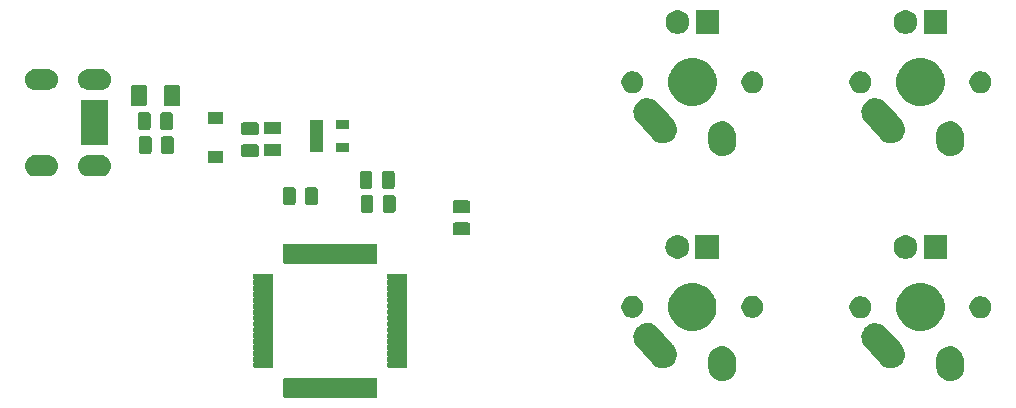
<source format=gts>
G04 #@! TF.GenerationSoftware,KiCad,Pcbnew,(5.1.4)-1*
G04 #@! TF.CreationDate,2020-10-27T18:56:57+03:00*
G04 #@! TF.ProjectId,100_keyboard,3130305f-6b65-4796-926f-6172642e6b69,rev?*
G04 #@! TF.SameCoordinates,Original*
G04 #@! TF.FileFunction,Soldermask,Top*
G04 #@! TF.FilePolarity,Negative*
%FSLAX46Y46*%
G04 Gerber Fmt 4.6, Leading zero omitted, Abs format (unit mm)*
G04 Created by KiCad (PCBNEW (5.1.4)-1) date 2020-10-27 18:56:57*
%MOMM*%
%LPD*%
G04 APERTURE LIST*
%ADD10C,0.100000*%
G04 APERTURE END LIST*
D10*
G36*
X64682795Y-78669073D02*
G01*
X64689809Y-78671201D01*
X64703577Y-78678560D01*
X64726216Y-78687937D01*
X64750249Y-78692717D01*
X64774753Y-78692717D01*
X64798786Y-78687936D01*
X64821423Y-78678560D01*
X64835191Y-78671201D01*
X64842205Y-78669073D01*
X64855640Y-78667750D01*
X65169360Y-78667750D01*
X65182795Y-78669073D01*
X65189809Y-78671201D01*
X65203577Y-78678560D01*
X65226216Y-78687937D01*
X65250249Y-78692717D01*
X65274753Y-78692717D01*
X65298786Y-78687936D01*
X65321423Y-78678560D01*
X65335191Y-78671201D01*
X65342205Y-78669073D01*
X65355640Y-78667750D01*
X65669360Y-78667750D01*
X65682795Y-78669073D01*
X65689809Y-78671201D01*
X65703577Y-78678560D01*
X65726216Y-78687937D01*
X65750249Y-78692717D01*
X65774753Y-78692717D01*
X65798786Y-78687936D01*
X65821423Y-78678560D01*
X65835191Y-78671201D01*
X65842205Y-78669073D01*
X65855640Y-78667750D01*
X66169360Y-78667750D01*
X66182795Y-78669073D01*
X66189809Y-78671201D01*
X66203577Y-78678560D01*
X66226216Y-78687937D01*
X66250249Y-78692717D01*
X66274753Y-78692717D01*
X66298786Y-78687936D01*
X66321423Y-78678560D01*
X66335191Y-78671201D01*
X66342205Y-78669073D01*
X66355640Y-78667750D01*
X66669360Y-78667750D01*
X66682795Y-78669073D01*
X66689809Y-78671201D01*
X66703577Y-78678560D01*
X66726216Y-78687937D01*
X66750249Y-78692717D01*
X66774753Y-78692717D01*
X66798786Y-78687936D01*
X66821423Y-78678560D01*
X66835191Y-78671201D01*
X66842205Y-78669073D01*
X66855640Y-78667750D01*
X67169360Y-78667750D01*
X67182795Y-78669073D01*
X67189809Y-78671201D01*
X67203577Y-78678560D01*
X67226216Y-78687937D01*
X67250249Y-78692717D01*
X67274753Y-78692717D01*
X67298786Y-78687936D01*
X67321423Y-78678560D01*
X67335191Y-78671201D01*
X67342205Y-78669073D01*
X67355640Y-78667750D01*
X67669360Y-78667750D01*
X67682795Y-78669073D01*
X67689809Y-78671201D01*
X67703577Y-78678560D01*
X67726216Y-78687937D01*
X67750249Y-78692717D01*
X67774753Y-78692717D01*
X67798786Y-78687936D01*
X67821423Y-78678560D01*
X67835191Y-78671201D01*
X67842205Y-78669073D01*
X67855640Y-78667750D01*
X68169360Y-78667750D01*
X68182795Y-78669073D01*
X68189809Y-78671201D01*
X68203577Y-78678560D01*
X68226216Y-78687937D01*
X68250249Y-78692717D01*
X68274753Y-78692717D01*
X68298786Y-78687936D01*
X68321423Y-78678560D01*
X68335191Y-78671201D01*
X68342205Y-78669073D01*
X68355640Y-78667750D01*
X68669360Y-78667750D01*
X68682795Y-78669073D01*
X68689809Y-78671201D01*
X68703577Y-78678560D01*
X68726216Y-78687937D01*
X68750249Y-78692717D01*
X68774753Y-78692717D01*
X68798786Y-78687936D01*
X68821423Y-78678560D01*
X68835191Y-78671201D01*
X68842205Y-78669073D01*
X68855640Y-78667750D01*
X69169360Y-78667750D01*
X69182795Y-78669073D01*
X69189809Y-78671201D01*
X69203577Y-78678560D01*
X69226216Y-78687937D01*
X69250249Y-78692717D01*
X69274753Y-78692717D01*
X69298786Y-78687936D01*
X69321423Y-78678560D01*
X69335191Y-78671201D01*
X69342205Y-78669073D01*
X69355640Y-78667750D01*
X69669360Y-78667750D01*
X69682795Y-78669073D01*
X69689809Y-78671201D01*
X69703577Y-78678560D01*
X69726216Y-78687937D01*
X69750249Y-78692717D01*
X69774753Y-78692717D01*
X69798786Y-78687936D01*
X69821423Y-78678560D01*
X69835191Y-78671201D01*
X69842205Y-78669073D01*
X69855640Y-78667750D01*
X70169360Y-78667750D01*
X70182795Y-78669073D01*
X70189809Y-78671201D01*
X70203577Y-78678560D01*
X70226216Y-78687937D01*
X70250249Y-78692717D01*
X70274753Y-78692717D01*
X70298786Y-78687936D01*
X70321423Y-78678560D01*
X70335191Y-78671201D01*
X70342205Y-78669073D01*
X70355640Y-78667750D01*
X70669360Y-78667750D01*
X70682795Y-78669073D01*
X70689809Y-78671201D01*
X70703577Y-78678560D01*
X70726216Y-78687937D01*
X70750249Y-78692717D01*
X70774753Y-78692717D01*
X70798786Y-78687936D01*
X70821423Y-78678560D01*
X70835191Y-78671201D01*
X70842205Y-78669073D01*
X70855640Y-78667750D01*
X71169360Y-78667750D01*
X71182795Y-78669073D01*
X71189809Y-78671201D01*
X71203577Y-78678560D01*
X71226216Y-78687937D01*
X71250249Y-78692717D01*
X71274753Y-78692717D01*
X71298786Y-78687936D01*
X71321423Y-78678560D01*
X71335191Y-78671201D01*
X71342205Y-78669073D01*
X71355640Y-78667750D01*
X71669360Y-78667750D01*
X71682795Y-78669073D01*
X71689809Y-78671201D01*
X71703577Y-78678560D01*
X71726216Y-78687937D01*
X71750249Y-78692717D01*
X71774753Y-78692717D01*
X71798786Y-78687936D01*
X71821423Y-78678560D01*
X71835191Y-78671201D01*
X71842205Y-78669073D01*
X71855640Y-78667750D01*
X72169360Y-78667750D01*
X72182795Y-78669073D01*
X72189810Y-78671201D01*
X72196276Y-78674658D01*
X72201942Y-78679308D01*
X72206592Y-78684974D01*
X72210049Y-78691440D01*
X72212177Y-78698455D01*
X72213500Y-78711890D01*
X72213500Y-80275610D01*
X72212177Y-80289045D01*
X72210049Y-80296060D01*
X72206592Y-80302526D01*
X72201942Y-80308192D01*
X72196276Y-80312842D01*
X72189810Y-80316299D01*
X72182795Y-80318427D01*
X72169360Y-80319750D01*
X71855640Y-80319750D01*
X71842205Y-80318427D01*
X71835191Y-80316299D01*
X71821423Y-80308940D01*
X71798784Y-80299563D01*
X71774751Y-80294783D01*
X71750247Y-80294783D01*
X71726214Y-80299564D01*
X71703577Y-80308940D01*
X71689809Y-80316299D01*
X71682795Y-80318427D01*
X71669360Y-80319750D01*
X71355640Y-80319750D01*
X71342205Y-80318427D01*
X71335191Y-80316299D01*
X71321423Y-80308940D01*
X71298784Y-80299563D01*
X71274751Y-80294783D01*
X71250247Y-80294783D01*
X71226214Y-80299564D01*
X71203577Y-80308940D01*
X71189809Y-80316299D01*
X71182795Y-80318427D01*
X71169360Y-80319750D01*
X70855640Y-80319750D01*
X70842205Y-80318427D01*
X70835191Y-80316299D01*
X70821423Y-80308940D01*
X70798784Y-80299563D01*
X70774751Y-80294783D01*
X70750247Y-80294783D01*
X70726214Y-80299564D01*
X70703577Y-80308940D01*
X70689809Y-80316299D01*
X70682795Y-80318427D01*
X70669360Y-80319750D01*
X70355640Y-80319750D01*
X70342205Y-80318427D01*
X70335191Y-80316299D01*
X70321423Y-80308940D01*
X70298784Y-80299563D01*
X70274751Y-80294783D01*
X70250247Y-80294783D01*
X70226214Y-80299564D01*
X70203577Y-80308940D01*
X70189809Y-80316299D01*
X70182795Y-80318427D01*
X70169360Y-80319750D01*
X69855640Y-80319750D01*
X69842205Y-80318427D01*
X69835191Y-80316299D01*
X69821423Y-80308940D01*
X69798784Y-80299563D01*
X69774751Y-80294783D01*
X69750247Y-80294783D01*
X69726214Y-80299564D01*
X69703577Y-80308940D01*
X69689809Y-80316299D01*
X69682795Y-80318427D01*
X69669360Y-80319750D01*
X69355640Y-80319750D01*
X69342205Y-80318427D01*
X69335191Y-80316299D01*
X69321423Y-80308940D01*
X69298784Y-80299563D01*
X69274751Y-80294783D01*
X69250247Y-80294783D01*
X69226214Y-80299564D01*
X69203577Y-80308940D01*
X69189809Y-80316299D01*
X69182795Y-80318427D01*
X69169360Y-80319750D01*
X68855640Y-80319750D01*
X68842205Y-80318427D01*
X68835191Y-80316299D01*
X68821423Y-80308940D01*
X68798784Y-80299563D01*
X68774751Y-80294783D01*
X68750247Y-80294783D01*
X68726214Y-80299564D01*
X68703577Y-80308940D01*
X68689809Y-80316299D01*
X68682795Y-80318427D01*
X68669360Y-80319750D01*
X68355640Y-80319750D01*
X68342205Y-80318427D01*
X68335191Y-80316299D01*
X68321423Y-80308940D01*
X68298784Y-80299563D01*
X68274751Y-80294783D01*
X68250247Y-80294783D01*
X68226214Y-80299564D01*
X68203577Y-80308940D01*
X68189809Y-80316299D01*
X68182795Y-80318427D01*
X68169360Y-80319750D01*
X67855640Y-80319750D01*
X67842205Y-80318427D01*
X67835191Y-80316299D01*
X67821423Y-80308940D01*
X67798784Y-80299563D01*
X67774751Y-80294783D01*
X67750247Y-80294783D01*
X67726214Y-80299564D01*
X67703577Y-80308940D01*
X67689809Y-80316299D01*
X67682795Y-80318427D01*
X67669360Y-80319750D01*
X67355640Y-80319750D01*
X67342205Y-80318427D01*
X67335191Y-80316299D01*
X67321423Y-80308940D01*
X67298784Y-80299563D01*
X67274751Y-80294783D01*
X67250247Y-80294783D01*
X67226214Y-80299564D01*
X67203577Y-80308940D01*
X67189809Y-80316299D01*
X67182795Y-80318427D01*
X67169360Y-80319750D01*
X66855640Y-80319750D01*
X66842205Y-80318427D01*
X66835191Y-80316299D01*
X66821423Y-80308940D01*
X66798784Y-80299563D01*
X66774751Y-80294783D01*
X66750247Y-80294783D01*
X66726214Y-80299564D01*
X66703577Y-80308940D01*
X66689809Y-80316299D01*
X66682795Y-80318427D01*
X66669360Y-80319750D01*
X66355640Y-80319750D01*
X66342205Y-80318427D01*
X66335191Y-80316299D01*
X66321423Y-80308940D01*
X66298784Y-80299563D01*
X66274751Y-80294783D01*
X66250247Y-80294783D01*
X66226214Y-80299564D01*
X66203577Y-80308940D01*
X66189809Y-80316299D01*
X66182795Y-80318427D01*
X66169360Y-80319750D01*
X65855640Y-80319750D01*
X65842205Y-80318427D01*
X65835191Y-80316299D01*
X65821423Y-80308940D01*
X65798784Y-80299563D01*
X65774751Y-80294783D01*
X65750247Y-80294783D01*
X65726214Y-80299564D01*
X65703577Y-80308940D01*
X65689809Y-80316299D01*
X65682795Y-80318427D01*
X65669360Y-80319750D01*
X65355640Y-80319750D01*
X65342205Y-80318427D01*
X65335191Y-80316299D01*
X65321423Y-80308940D01*
X65298784Y-80299563D01*
X65274751Y-80294783D01*
X65250247Y-80294783D01*
X65226214Y-80299564D01*
X65203577Y-80308940D01*
X65189809Y-80316299D01*
X65182795Y-80318427D01*
X65169360Y-80319750D01*
X64855640Y-80319750D01*
X64842205Y-80318427D01*
X64835191Y-80316299D01*
X64821423Y-80308940D01*
X64798784Y-80299563D01*
X64774751Y-80294783D01*
X64750247Y-80294783D01*
X64726214Y-80299564D01*
X64703577Y-80308940D01*
X64689809Y-80316299D01*
X64682795Y-80318427D01*
X64669360Y-80319750D01*
X64355640Y-80319750D01*
X64342205Y-80318427D01*
X64335190Y-80316299D01*
X64328724Y-80312842D01*
X64323058Y-80308192D01*
X64318408Y-80302526D01*
X64314951Y-80296060D01*
X64312823Y-80289045D01*
X64311500Y-80275610D01*
X64311500Y-78711890D01*
X64312823Y-78698455D01*
X64314951Y-78691440D01*
X64318408Y-78684974D01*
X64323058Y-78679308D01*
X64328724Y-78674658D01*
X64335190Y-78671201D01*
X64342205Y-78669073D01*
X64355640Y-78667750D01*
X64669360Y-78667750D01*
X64682795Y-78669073D01*
X64682795Y-78669073D01*
G37*
G36*
X120887249Y-75971902D02*
G01*
X121113027Y-76023735D01*
X121324355Y-76118620D01*
X121513111Y-76252910D01*
X121672041Y-76421443D01*
X121795038Y-76617745D01*
X121877376Y-76834270D01*
X121906238Y-77005455D01*
X121944500Y-77560250D01*
X121946603Y-77576015D01*
X121952376Y-77605039D01*
X121953000Y-77608175D01*
X121953000Y-77679203D01*
X121953295Y-77687775D01*
X121954188Y-77700723D01*
X121953053Y-77739416D01*
X121953000Y-77743014D01*
X121953000Y-77839826D01*
X121951647Y-77846630D01*
X121949301Y-77867340D01*
X121949098Y-77874249D01*
X121927438Y-77968599D01*
X121926699Y-77972050D01*
X121907807Y-78067027D01*
X121905152Y-78073438D01*
X121898815Y-78093275D01*
X121897265Y-78100027D01*
X121857624Y-78188315D01*
X121856220Y-78191570D01*
X121819158Y-78281045D01*
X121815309Y-78286805D01*
X121805214Y-78305042D01*
X121802380Y-78311355D01*
X121746291Y-78390193D01*
X121744244Y-78393161D01*
X121690459Y-78473656D01*
X121685559Y-78478556D01*
X121672098Y-78494478D01*
X121668090Y-78500111D01*
X121597689Y-78566501D01*
X121595110Y-78569005D01*
X121526652Y-78637463D01*
X121520896Y-78641309D01*
X121504587Y-78654298D01*
X121499557Y-78659041D01*
X121417554Y-78710422D01*
X121414563Y-78712358D01*
X121334045Y-78766158D01*
X121327636Y-78768813D01*
X121309127Y-78778360D01*
X121303255Y-78782039D01*
X121212847Y-78816418D01*
X121209443Y-78817770D01*
X121182414Y-78828966D01*
X121120027Y-78854807D01*
X121113228Y-78856159D01*
X121093203Y-78861915D01*
X121086730Y-78864376D01*
X120991348Y-78880458D01*
X120987754Y-78881118D01*
X120892827Y-78900000D01*
X120885900Y-78900000D01*
X120865127Y-78901739D01*
X120858302Y-78902890D01*
X120761584Y-78900053D01*
X120757959Y-78900000D01*
X120661174Y-78900000D01*
X120654381Y-78898649D01*
X120633665Y-78896302D01*
X120629130Y-78896169D01*
X120626751Y-78896099D01*
X120532446Y-78874449D01*
X120528899Y-78873689D01*
X120508790Y-78869689D01*
X120433973Y-78854807D01*
X120427562Y-78852152D01*
X120407725Y-78845815D01*
X120400973Y-78844265D01*
X120312687Y-78804625D01*
X120309429Y-78803219D01*
X120219955Y-78766158D01*
X120219954Y-78766157D01*
X120219951Y-78766156D01*
X120214194Y-78762309D01*
X120195955Y-78752213D01*
X120189645Y-78749380D01*
X120110806Y-78693290D01*
X120107824Y-78691234D01*
X120102890Y-78687937D01*
X120088856Y-78678560D01*
X120027346Y-78637461D01*
X120022447Y-78632562D01*
X120006521Y-78619097D01*
X120000888Y-78615089D01*
X119957430Y-78569005D01*
X119934534Y-78544725D01*
X119931993Y-78542108D01*
X119863537Y-78473652D01*
X119859689Y-78467893D01*
X119846711Y-78451596D01*
X119841959Y-78446557D01*
X119790577Y-78364551D01*
X119788657Y-78361585D01*
X119734842Y-78281045D01*
X119732187Y-78274635D01*
X119722636Y-78256119D01*
X119718962Y-78250255D01*
X119684553Y-78159770D01*
X119683264Y-78156524D01*
X119646193Y-78067027D01*
X119644841Y-78060228D01*
X119639085Y-78040201D01*
X119636624Y-78033730D01*
X119620540Y-77938332D01*
X119619882Y-77934750D01*
X119607052Y-77870249D01*
X119601000Y-77839826D01*
X119601000Y-77768804D01*
X119600704Y-77760204D01*
X119600174Y-77752526D01*
X119559812Y-77167277D01*
X119564902Y-76993751D01*
X119616735Y-76767973D01*
X119711620Y-76556645D01*
X119845910Y-76367889D01*
X120014443Y-76208959D01*
X120210745Y-76085962D01*
X120427270Y-76003624D01*
X120618972Y-75971303D01*
X120655697Y-75965111D01*
X120655698Y-75965111D01*
X120887249Y-75971902D01*
X120887249Y-75971902D01*
G37*
G36*
X101578249Y-75967902D02*
G01*
X101804027Y-76019735D01*
X102015355Y-76114620D01*
X102204111Y-76248910D01*
X102363041Y-76417443D01*
X102486038Y-76613745D01*
X102568376Y-76830270D01*
X102597238Y-77001455D01*
X102635500Y-77556250D01*
X102637603Y-77572015D01*
X102643543Y-77601878D01*
X102644000Y-77604175D01*
X102644000Y-77675203D01*
X102644295Y-77683775D01*
X102645188Y-77696723D01*
X102644053Y-77735416D01*
X102644000Y-77739014D01*
X102644000Y-77835826D01*
X102642647Y-77842630D01*
X102640301Y-77863340D01*
X102640098Y-77870249D01*
X102618438Y-77964599D01*
X102617699Y-77968050D01*
X102598807Y-78063027D01*
X102596152Y-78069438D01*
X102589815Y-78089275D01*
X102588265Y-78096027D01*
X102548624Y-78184315D01*
X102547220Y-78187570D01*
X102510158Y-78277045D01*
X102507486Y-78281044D01*
X102506309Y-78282805D01*
X102496214Y-78301042D01*
X102493380Y-78307355D01*
X102437291Y-78386193D01*
X102435251Y-78389151D01*
X102399567Y-78442555D01*
X102381459Y-78469656D01*
X102376559Y-78474556D01*
X102363098Y-78490478D01*
X102359090Y-78496111D01*
X102288689Y-78562501D01*
X102286110Y-78565005D01*
X102217652Y-78633463D01*
X102211896Y-78637309D01*
X102195587Y-78650298D01*
X102190557Y-78655041D01*
X102108554Y-78706422D01*
X102105563Y-78708358D01*
X102025045Y-78762158D01*
X102018636Y-78764813D01*
X102000127Y-78774360D01*
X101994255Y-78778039D01*
X101924272Y-78804651D01*
X101903847Y-78812418D01*
X101900443Y-78813770D01*
X101894050Y-78816418D01*
X101811027Y-78850807D01*
X101804228Y-78852159D01*
X101784203Y-78857915D01*
X101777730Y-78860376D01*
X101682348Y-78876458D01*
X101678754Y-78877118D01*
X101583827Y-78896000D01*
X101576900Y-78896000D01*
X101556127Y-78897739D01*
X101549302Y-78898890D01*
X101452584Y-78896053D01*
X101448959Y-78896000D01*
X101352174Y-78896000D01*
X101345381Y-78894649D01*
X101324665Y-78892302D01*
X101320130Y-78892169D01*
X101317751Y-78892099D01*
X101223446Y-78870449D01*
X101219899Y-78869689D01*
X101208467Y-78867415D01*
X101124973Y-78850807D01*
X101118562Y-78848152D01*
X101098725Y-78841815D01*
X101091973Y-78840265D01*
X101003687Y-78800625D01*
X101000429Y-78799219D01*
X100910955Y-78762158D01*
X100910954Y-78762157D01*
X100910951Y-78762156D01*
X100905194Y-78758309D01*
X100886955Y-78748213D01*
X100880645Y-78745380D01*
X100801806Y-78689290D01*
X100798824Y-78687234D01*
X100795442Y-78684974D01*
X100756630Y-78659041D01*
X100718346Y-78633461D01*
X100713447Y-78628562D01*
X100697521Y-78615097D01*
X100691888Y-78611089D01*
X100652202Y-78569005D01*
X100625534Y-78540725D01*
X100622993Y-78538108D01*
X100554537Y-78469652D01*
X100550689Y-78463893D01*
X100537711Y-78447596D01*
X100532959Y-78442557D01*
X100481577Y-78360551D01*
X100479657Y-78357585D01*
X100425842Y-78277045D01*
X100423187Y-78270635D01*
X100413636Y-78252119D01*
X100409962Y-78246255D01*
X100375553Y-78155770D01*
X100374264Y-78152524D01*
X100337193Y-78063027D01*
X100335841Y-78056228D01*
X100330085Y-78036201D01*
X100327624Y-78029730D01*
X100311540Y-77934332D01*
X100310882Y-77930750D01*
X100299643Y-77874246D01*
X100292000Y-77835826D01*
X100292000Y-77764804D01*
X100291704Y-77756204D01*
X100288496Y-77709688D01*
X100250812Y-77163277D01*
X100255902Y-76989751D01*
X100307735Y-76763973D01*
X100402620Y-76552645D01*
X100536910Y-76363889D01*
X100705443Y-76204959D01*
X100901745Y-76081962D01*
X101118270Y-75999624D01*
X101309972Y-75967303D01*
X101346697Y-75961111D01*
X101346698Y-75961111D01*
X101578249Y-75967902D01*
X101578249Y-75967902D01*
G37*
G36*
X114719866Y-74039177D02*
G01*
X114937583Y-74118311D01*
X115018557Y-74167398D01*
X115135679Y-74238398D01*
X115236830Y-74331003D01*
X115263723Y-74355624D01*
X116493795Y-75726541D01*
X116588810Y-75832436D01*
X116593460Y-75837345D01*
X116650461Y-75894346D01*
X116698866Y-75966790D01*
X116702011Y-75971280D01*
X116753602Y-76041576D01*
X116760622Y-76056613D01*
X116769944Y-76073165D01*
X116779158Y-76086955D01*
X116812511Y-76167477D01*
X116814711Y-76172474D01*
X116851595Y-76251480D01*
X116855549Y-76267607D01*
X116861457Y-76285643D01*
X116867807Y-76300973D01*
X116884812Y-76386463D01*
X116885988Y-76391763D01*
X116906756Y-76476469D01*
X116907488Y-76493059D01*
X116909766Y-76511913D01*
X116913000Y-76528174D01*
X116913000Y-76615311D01*
X116913120Y-76620751D01*
X116916963Y-76707896D01*
X116914444Y-76724308D01*
X116913000Y-76743248D01*
X116913000Y-76759827D01*
X116896001Y-76845287D01*
X116895055Y-76850655D01*
X116881825Y-76936866D01*
X116881823Y-76936871D01*
X116876158Y-76952457D01*
X116871042Y-76970763D01*
X116867807Y-76987027D01*
X116834452Y-77067552D01*
X116832478Y-77072632D01*
X116802691Y-77154583D01*
X116797420Y-77163278D01*
X116794093Y-77168766D01*
X116785505Y-77185723D01*
X116779158Y-77201045D01*
X116763095Y-77225085D01*
X116730746Y-77273499D01*
X116727799Y-77278126D01*
X116682605Y-77352679D01*
X116671396Y-77364922D01*
X116659674Y-77379865D01*
X116653131Y-77389657D01*
X116650458Y-77393657D01*
X116588829Y-77455286D01*
X116585030Y-77459257D01*
X116526179Y-77523539D01*
X116512809Y-77533352D01*
X116498383Y-77545732D01*
X116486656Y-77557459D01*
X116464863Y-77572021D01*
X116414192Y-77605878D01*
X116409694Y-77609029D01*
X116339426Y-77660600D01*
X116324393Y-77667618D01*
X116307841Y-77676940D01*
X116294045Y-77686158D01*
X116213494Y-77719523D01*
X116208504Y-77721720D01*
X116129521Y-77758593D01*
X116113401Y-77762545D01*
X116095362Y-77768455D01*
X116080027Y-77774807D01*
X115994518Y-77791816D01*
X115989223Y-77792990D01*
X115904532Y-77813754D01*
X115887956Y-77814485D01*
X115869097Y-77816764D01*
X115852828Y-77820000D01*
X115765645Y-77820000D01*
X115760205Y-77820119D01*
X115673106Y-77823961D01*
X115656709Y-77821445D01*
X115637766Y-77820000D01*
X115621173Y-77820000D01*
X115535663Y-77802991D01*
X115530300Y-77802046D01*
X115444135Y-77788823D01*
X115428542Y-77783156D01*
X115410252Y-77778045D01*
X115393973Y-77774807D01*
X115313410Y-77741437D01*
X115308312Y-77739455D01*
X115226418Y-77709689D01*
X115219820Y-77705689D01*
X115212248Y-77701099D01*
X115195300Y-77692514D01*
X115179955Y-77686158D01*
X115107421Y-77637692D01*
X115102830Y-77634769D01*
X115028323Y-77589603D01*
X115028321Y-77589602D01*
X115016102Y-77578415D01*
X115001143Y-77566680D01*
X114987346Y-77557461D01*
X114925682Y-77495797D01*
X114921701Y-77491989D01*
X114900278Y-77472376D01*
X114885223Y-77455597D01*
X114880573Y-77450688D01*
X114823539Y-77393654D01*
X114810681Y-77374411D01*
X114799787Y-77360379D01*
X114075041Y-76552647D01*
X113513114Y-75926378D01*
X113410400Y-75786423D01*
X113410400Y-75786422D01*
X113410398Y-75786420D01*
X113322362Y-75597842D01*
X113312407Y-75576519D01*
X113257246Y-75351530D01*
X113247039Y-75120105D01*
X113282177Y-74891134D01*
X113361311Y-74673417D01*
X113421354Y-74574370D01*
X113481398Y-74475321D01*
X113572878Y-74375400D01*
X113637823Y-74304461D01*
X113769652Y-74207710D01*
X113824579Y-74167398D01*
X113953797Y-74107074D01*
X114034481Y-74069407D01*
X114259470Y-74014246D01*
X114490895Y-74004039D01*
X114719866Y-74039177D01*
X114719866Y-74039177D01*
G37*
G36*
X95410866Y-74035177D02*
G01*
X95628583Y-74114311D01*
X95709557Y-74163398D01*
X95826679Y-74234398D01*
X95932197Y-74331001D01*
X95954723Y-74351624D01*
X97200742Y-75740314D01*
X97279810Y-75828436D01*
X97284460Y-75833345D01*
X97341461Y-75890346D01*
X97389866Y-75962790D01*
X97393011Y-75967280D01*
X97444602Y-76037576D01*
X97451622Y-76052613D01*
X97460944Y-76069165D01*
X97470158Y-76082955D01*
X97503511Y-76163477D01*
X97505711Y-76168474D01*
X97542595Y-76247480D01*
X97546549Y-76263607D01*
X97552457Y-76281643D01*
X97558807Y-76296973D01*
X97575812Y-76382463D01*
X97576988Y-76387763D01*
X97597756Y-76472469D01*
X97598488Y-76489059D01*
X97600766Y-76507917D01*
X97604000Y-76524175D01*
X97604000Y-76611311D01*
X97604120Y-76616751D01*
X97607963Y-76703896D01*
X97605444Y-76720308D01*
X97604000Y-76739248D01*
X97604000Y-76755827D01*
X97587001Y-76841287D01*
X97586055Y-76846655D01*
X97572825Y-76932866D01*
X97572823Y-76932871D01*
X97567158Y-76948457D01*
X97562042Y-76966763D01*
X97558807Y-76983027D01*
X97525452Y-77063552D01*
X97523478Y-77068632D01*
X97493691Y-77150583D01*
X97486191Y-77162955D01*
X97485093Y-77164766D01*
X97476505Y-77181723D01*
X97470158Y-77197045D01*
X97463032Y-77207710D01*
X97421746Y-77269499D01*
X97418799Y-77274126D01*
X97373605Y-77348679D01*
X97362396Y-77360922D01*
X97350674Y-77375865D01*
X97344779Y-77384687D01*
X97341458Y-77389657D01*
X97279829Y-77451286D01*
X97276030Y-77455257D01*
X97217179Y-77519539D01*
X97203809Y-77529352D01*
X97189383Y-77541732D01*
X97177656Y-77553459D01*
X97105192Y-77601878D01*
X97100694Y-77605029D01*
X97030426Y-77656600D01*
X97015393Y-77663618D01*
X96998841Y-77672940D01*
X96985045Y-77682158D01*
X96904494Y-77715523D01*
X96899504Y-77717720D01*
X96820521Y-77754593D01*
X96804401Y-77758545D01*
X96786362Y-77764455D01*
X96771027Y-77770807D01*
X96685518Y-77787816D01*
X96680223Y-77788990D01*
X96595532Y-77809754D01*
X96578956Y-77810485D01*
X96560097Y-77812764D01*
X96543828Y-77816000D01*
X96456645Y-77816000D01*
X96451205Y-77816119D01*
X96364106Y-77819961D01*
X96347709Y-77817445D01*
X96328766Y-77816000D01*
X96312173Y-77816000D01*
X96226663Y-77798991D01*
X96221300Y-77798046D01*
X96135135Y-77784823D01*
X96119542Y-77779156D01*
X96101252Y-77774045D01*
X96084973Y-77770807D01*
X96004410Y-77737437D01*
X95999312Y-77735455D01*
X95917418Y-77705689D01*
X95903247Y-77697099D01*
X95886300Y-77688514D01*
X95870955Y-77682158D01*
X95798421Y-77633692D01*
X95793830Y-77630769D01*
X95719323Y-77585603D01*
X95719321Y-77585602D01*
X95707102Y-77574415D01*
X95692143Y-77562680D01*
X95678346Y-77553461D01*
X95616682Y-77491797D01*
X95612701Y-77487989D01*
X95591278Y-77468376D01*
X95576223Y-77451597D01*
X95571573Y-77446688D01*
X95514539Y-77389654D01*
X95501681Y-77370411D01*
X95490787Y-77356379D01*
X94747672Y-76528174D01*
X94204114Y-75922378D01*
X94101400Y-75782423D01*
X94101400Y-75782422D01*
X94101398Y-75782420D01*
X94048566Y-75669250D01*
X94003407Y-75572519D01*
X93948246Y-75347530D01*
X93938039Y-75116105D01*
X93973177Y-74887134D01*
X94052311Y-74669417D01*
X94169973Y-74475322D01*
X94172398Y-74471321D01*
X94260216Y-74375400D01*
X94328823Y-74300461D01*
X94480890Y-74188857D01*
X94515579Y-74163398D01*
X94644797Y-74103074D01*
X94725481Y-74065407D01*
X94950470Y-74010246D01*
X95181895Y-74000039D01*
X95410866Y-74035177D01*
X95410866Y-74035177D01*
G37*
G36*
X63382795Y-69869073D02*
G01*
X63389810Y-69871201D01*
X63396276Y-69874658D01*
X63401942Y-69879308D01*
X63406592Y-69884974D01*
X63410049Y-69891440D01*
X63412177Y-69898455D01*
X63413500Y-69911890D01*
X63413500Y-70225610D01*
X63412177Y-70239045D01*
X63410049Y-70246059D01*
X63402690Y-70259827D01*
X63393313Y-70282466D01*
X63388533Y-70306499D01*
X63388533Y-70331003D01*
X63393314Y-70355036D01*
X63402690Y-70377673D01*
X63410049Y-70391441D01*
X63412177Y-70398455D01*
X63413500Y-70411890D01*
X63413500Y-70725610D01*
X63412177Y-70739045D01*
X63410049Y-70746059D01*
X63402690Y-70759827D01*
X63393313Y-70782466D01*
X63388533Y-70806499D01*
X63388533Y-70831003D01*
X63393314Y-70855036D01*
X63402690Y-70877673D01*
X63410049Y-70891441D01*
X63412177Y-70898455D01*
X63413500Y-70911890D01*
X63413500Y-71225610D01*
X63412177Y-71239045D01*
X63410049Y-71246059D01*
X63402690Y-71259827D01*
X63393313Y-71282466D01*
X63388533Y-71306499D01*
X63388533Y-71331003D01*
X63393314Y-71355036D01*
X63402690Y-71377673D01*
X63410049Y-71391441D01*
X63412177Y-71398455D01*
X63413500Y-71411890D01*
X63413500Y-71725610D01*
X63412177Y-71739045D01*
X63410049Y-71746059D01*
X63402690Y-71759827D01*
X63393313Y-71782466D01*
X63388533Y-71806499D01*
X63388533Y-71831003D01*
X63393314Y-71855036D01*
X63402690Y-71877673D01*
X63410049Y-71891441D01*
X63412177Y-71898455D01*
X63413500Y-71911890D01*
X63413500Y-72225610D01*
X63412177Y-72239045D01*
X63410049Y-72246059D01*
X63402690Y-72259827D01*
X63393313Y-72282466D01*
X63388533Y-72306499D01*
X63388533Y-72331003D01*
X63393314Y-72355036D01*
X63402690Y-72377673D01*
X63410049Y-72391441D01*
X63412177Y-72398455D01*
X63413500Y-72411890D01*
X63413500Y-72725610D01*
X63412177Y-72739045D01*
X63410049Y-72746059D01*
X63402690Y-72759827D01*
X63393313Y-72782466D01*
X63388533Y-72806499D01*
X63388533Y-72831003D01*
X63393314Y-72855036D01*
X63402690Y-72877673D01*
X63410049Y-72891441D01*
X63412177Y-72898455D01*
X63413500Y-72911890D01*
X63413500Y-73225610D01*
X63412177Y-73239045D01*
X63410049Y-73246059D01*
X63402690Y-73259827D01*
X63393313Y-73282466D01*
X63388533Y-73306499D01*
X63388533Y-73331003D01*
X63393314Y-73355036D01*
X63402690Y-73377673D01*
X63410049Y-73391441D01*
X63412177Y-73398455D01*
X63413500Y-73411890D01*
X63413500Y-73725610D01*
X63412177Y-73739045D01*
X63410049Y-73746059D01*
X63402690Y-73759827D01*
X63393313Y-73782466D01*
X63388533Y-73806499D01*
X63388533Y-73831003D01*
X63393314Y-73855036D01*
X63402690Y-73877673D01*
X63410049Y-73891441D01*
X63412177Y-73898455D01*
X63413500Y-73911890D01*
X63413500Y-74225610D01*
X63412177Y-74239045D01*
X63410049Y-74246059D01*
X63402690Y-74259827D01*
X63393313Y-74282466D01*
X63388533Y-74306499D01*
X63388533Y-74331003D01*
X63393314Y-74355036D01*
X63402690Y-74377673D01*
X63410049Y-74391441D01*
X63412177Y-74398455D01*
X63413500Y-74411890D01*
X63413500Y-74725610D01*
X63412177Y-74739045D01*
X63410049Y-74746059D01*
X63402690Y-74759827D01*
X63393313Y-74782466D01*
X63388533Y-74806499D01*
X63388533Y-74831003D01*
X63393314Y-74855036D01*
X63402690Y-74877673D01*
X63410049Y-74891441D01*
X63412177Y-74898455D01*
X63413500Y-74911890D01*
X63413500Y-75225610D01*
X63412177Y-75239045D01*
X63410049Y-75246059D01*
X63402690Y-75259827D01*
X63393313Y-75282466D01*
X63388533Y-75306499D01*
X63388533Y-75331003D01*
X63393314Y-75355036D01*
X63402690Y-75377673D01*
X63410049Y-75391441D01*
X63412177Y-75398455D01*
X63413500Y-75411890D01*
X63413500Y-75725610D01*
X63412177Y-75739045D01*
X63410049Y-75746059D01*
X63402690Y-75759827D01*
X63393313Y-75782466D01*
X63388533Y-75806499D01*
X63388533Y-75831003D01*
X63393314Y-75855036D01*
X63402690Y-75877673D01*
X63410049Y-75891441D01*
X63412177Y-75898455D01*
X63413500Y-75911890D01*
X63413500Y-76225610D01*
X63412177Y-76239045D01*
X63410049Y-76246059D01*
X63402690Y-76259827D01*
X63393313Y-76282466D01*
X63388533Y-76306499D01*
X63388533Y-76331003D01*
X63393314Y-76355036D01*
X63402690Y-76377673D01*
X63410049Y-76391441D01*
X63412177Y-76398455D01*
X63413500Y-76411890D01*
X63413500Y-76725610D01*
X63412177Y-76739045D01*
X63410049Y-76746059D01*
X63402690Y-76759827D01*
X63393313Y-76782466D01*
X63388533Y-76806499D01*
X63388533Y-76831003D01*
X63393314Y-76855036D01*
X63402690Y-76877673D01*
X63410049Y-76891441D01*
X63412177Y-76898455D01*
X63413500Y-76911890D01*
X63413500Y-77225610D01*
X63412177Y-77239045D01*
X63410049Y-77246059D01*
X63402690Y-77259827D01*
X63393313Y-77282466D01*
X63388533Y-77306499D01*
X63388533Y-77331003D01*
X63393314Y-77355036D01*
X63402690Y-77377673D01*
X63410049Y-77391441D01*
X63412177Y-77398455D01*
X63413500Y-77411890D01*
X63413500Y-77725610D01*
X63412177Y-77739045D01*
X63410049Y-77746060D01*
X63406592Y-77752526D01*
X63401942Y-77758192D01*
X63396276Y-77762842D01*
X63389810Y-77766299D01*
X63382795Y-77768427D01*
X63369360Y-77769750D01*
X61805640Y-77769750D01*
X61792205Y-77768427D01*
X61785190Y-77766299D01*
X61778724Y-77762842D01*
X61773058Y-77758192D01*
X61768408Y-77752526D01*
X61764951Y-77746060D01*
X61762823Y-77739045D01*
X61761500Y-77725610D01*
X61761500Y-77411890D01*
X61762823Y-77398455D01*
X61764951Y-77391441D01*
X61772310Y-77377673D01*
X61781687Y-77355034D01*
X61786467Y-77331001D01*
X61786467Y-77306497D01*
X61781686Y-77282464D01*
X61772310Y-77259827D01*
X61764951Y-77246059D01*
X61762823Y-77239045D01*
X61761500Y-77225610D01*
X61761500Y-76911890D01*
X61762823Y-76898455D01*
X61764951Y-76891441D01*
X61772310Y-76877673D01*
X61781687Y-76855034D01*
X61786467Y-76831001D01*
X61786467Y-76806497D01*
X61781686Y-76782464D01*
X61772310Y-76759827D01*
X61764951Y-76746059D01*
X61762823Y-76739045D01*
X61761500Y-76725610D01*
X61761500Y-76411890D01*
X61762823Y-76398455D01*
X61764951Y-76391441D01*
X61772310Y-76377673D01*
X61781687Y-76355034D01*
X61786467Y-76331001D01*
X61786467Y-76306497D01*
X61781686Y-76282464D01*
X61772310Y-76259827D01*
X61764951Y-76246059D01*
X61762823Y-76239045D01*
X61761500Y-76225610D01*
X61761500Y-75911890D01*
X61762823Y-75898455D01*
X61764951Y-75891441D01*
X61772310Y-75877673D01*
X61781687Y-75855034D01*
X61786467Y-75831001D01*
X61786467Y-75806497D01*
X61781686Y-75782464D01*
X61772310Y-75759827D01*
X61764951Y-75746059D01*
X61762823Y-75739045D01*
X61761500Y-75725610D01*
X61761500Y-75411890D01*
X61762823Y-75398455D01*
X61764951Y-75391441D01*
X61772310Y-75377673D01*
X61781687Y-75355034D01*
X61786467Y-75331001D01*
X61786467Y-75306497D01*
X61781686Y-75282464D01*
X61772310Y-75259827D01*
X61764951Y-75246059D01*
X61762823Y-75239045D01*
X61761500Y-75225610D01*
X61761500Y-74911890D01*
X61762823Y-74898455D01*
X61764951Y-74891441D01*
X61772310Y-74877673D01*
X61781687Y-74855034D01*
X61786467Y-74831001D01*
X61786467Y-74806497D01*
X61781686Y-74782464D01*
X61772310Y-74759827D01*
X61764951Y-74746059D01*
X61762823Y-74739045D01*
X61761500Y-74725610D01*
X61761500Y-74411890D01*
X61762823Y-74398455D01*
X61764951Y-74391441D01*
X61772310Y-74377673D01*
X61781687Y-74355034D01*
X61786467Y-74331001D01*
X61786467Y-74306497D01*
X61781686Y-74282464D01*
X61772310Y-74259827D01*
X61764951Y-74246059D01*
X61762823Y-74239045D01*
X61761500Y-74225610D01*
X61761500Y-73911890D01*
X61762823Y-73898455D01*
X61764951Y-73891441D01*
X61772310Y-73877673D01*
X61781687Y-73855034D01*
X61786467Y-73831001D01*
X61786467Y-73806497D01*
X61781686Y-73782464D01*
X61772310Y-73759827D01*
X61764951Y-73746059D01*
X61762823Y-73739045D01*
X61761500Y-73725610D01*
X61761500Y-73411890D01*
X61762823Y-73398455D01*
X61764951Y-73391441D01*
X61772310Y-73377673D01*
X61781687Y-73355034D01*
X61786467Y-73331001D01*
X61786467Y-73306497D01*
X61781686Y-73282464D01*
X61772310Y-73259827D01*
X61764951Y-73246059D01*
X61762823Y-73239045D01*
X61761500Y-73225610D01*
X61761500Y-72911890D01*
X61762823Y-72898455D01*
X61764951Y-72891441D01*
X61772310Y-72877673D01*
X61781687Y-72855034D01*
X61786467Y-72831001D01*
X61786467Y-72806497D01*
X61781686Y-72782464D01*
X61772310Y-72759827D01*
X61764951Y-72746059D01*
X61762823Y-72739045D01*
X61761500Y-72725610D01*
X61761500Y-72411890D01*
X61762823Y-72398455D01*
X61764951Y-72391441D01*
X61772310Y-72377673D01*
X61781687Y-72355034D01*
X61786467Y-72331001D01*
X61786467Y-72306497D01*
X61781686Y-72282464D01*
X61772310Y-72259827D01*
X61764951Y-72246059D01*
X61762823Y-72239045D01*
X61761500Y-72225610D01*
X61761500Y-71911890D01*
X61762823Y-71898455D01*
X61764951Y-71891441D01*
X61772310Y-71877673D01*
X61781687Y-71855034D01*
X61786467Y-71831001D01*
X61786467Y-71806497D01*
X61781686Y-71782464D01*
X61772310Y-71759827D01*
X61764951Y-71746059D01*
X61762823Y-71739045D01*
X61761500Y-71725610D01*
X61761500Y-71411890D01*
X61762823Y-71398455D01*
X61764951Y-71391441D01*
X61772310Y-71377673D01*
X61781687Y-71355034D01*
X61786467Y-71331001D01*
X61786467Y-71306497D01*
X61781686Y-71282464D01*
X61772310Y-71259827D01*
X61764951Y-71246059D01*
X61762823Y-71239045D01*
X61761500Y-71225610D01*
X61761500Y-70911890D01*
X61762823Y-70898455D01*
X61764951Y-70891441D01*
X61772310Y-70877673D01*
X61781687Y-70855034D01*
X61786467Y-70831001D01*
X61786467Y-70806497D01*
X61781686Y-70782464D01*
X61772310Y-70759827D01*
X61764951Y-70746059D01*
X61762823Y-70739045D01*
X61761500Y-70725610D01*
X61761500Y-70411890D01*
X61762823Y-70398455D01*
X61764951Y-70391441D01*
X61772310Y-70377673D01*
X61781687Y-70355034D01*
X61786467Y-70331001D01*
X61786467Y-70306497D01*
X61781686Y-70282464D01*
X61772310Y-70259827D01*
X61764951Y-70246059D01*
X61762823Y-70239045D01*
X61761500Y-70225610D01*
X61761500Y-69911890D01*
X61762823Y-69898455D01*
X61764951Y-69891440D01*
X61768408Y-69884974D01*
X61773058Y-69879308D01*
X61778724Y-69874658D01*
X61785190Y-69871201D01*
X61792205Y-69869073D01*
X61805640Y-69867750D01*
X63369360Y-69867750D01*
X63382795Y-69869073D01*
X63382795Y-69869073D01*
G37*
G36*
X74732795Y-69869073D02*
G01*
X74739810Y-69871201D01*
X74746276Y-69874658D01*
X74751942Y-69879308D01*
X74756592Y-69884974D01*
X74760049Y-69891440D01*
X74762177Y-69898455D01*
X74763500Y-69911890D01*
X74763500Y-70225610D01*
X74762177Y-70239045D01*
X74760049Y-70246059D01*
X74752690Y-70259827D01*
X74743313Y-70282466D01*
X74738533Y-70306499D01*
X74738533Y-70331003D01*
X74743314Y-70355036D01*
X74752690Y-70377673D01*
X74760049Y-70391441D01*
X74762177Y-70398455D01*
X74763500Y-70411890D01*
X74763500Y-70725610D01*
X74762177Y-70739045D01*
X74760049Y-70746059D01*
X74752690Y-70759827D01*
X74743313Y-70782466D01*
X74738533Y-70806499D01*
X74738533Y-70831003D01*
X74743314Y-70855036D01*
X74752690Y-70877673D01*
X74760049Y-70891441D01*
X74762177Y-70898455D01*
X74763500Y-70911890D01*
X74763500Y-71225610D01*
X74762177Y-71239045D01*
X74760049Y-71246059D01*
X74752690Y-71259827D01*
X74743313Y-71282466D01*
X74738533Y-71306499D01*
X74738533Y-71331003D01*
X74743314Y-71355036D01*
X74752690Y-71377673D01*
X74760049Y-71391441D01*
X74762177Y-71398455D01*
X74763500Y-71411890D01*
X74763500Y-71725610D01*
X74762177Y-71739045D01*
X74760049Y-71746059D01*
X74752690Y-71759827D01*
X74743313Y-71782466D01*
X74738533Y-71806499D01*
X74738533Y-71831003D01*
X74743314Y-71855036D01*
X74752690Y-71877673D01*
X74760049Y-71891441D01*
X74762177Y-71898455D01*
X74763500Y-71911890D01*
X74763500Y-72225610D01*
X74762177Y-72239045D01*
X74760049Y-72246059D01*
X74752690Y-72259827D01*
X74743313Y-72282466D01*
X74738533Y-72306499D01*
X74738533Y-72331003D01*
X74743314Y-72355036D01*
X74752690Y-72377673D01*
X74760049Y-72391441D01*
X74762177Y-72398455D01*
X74763500Y-72411890D01*
X74763500Y-72725610D01*
X74762177Y-72739045D01*
X74760049Y-72746059D01*
X74752690Y-72759827D01*
X74743313Y-72782466D01*
X74738533Y-72806499D01*
X74738533Y-72831003D01*
X74743314Y-72855036D01*
X74752690Y-72877673D01*
X74760049Y-72891441D01*
X74762177Y-72898455D01*
X74763500Y-72911890D01*
X74763500Y-73225610D01*
X74762177Y-73239045D01*
X74760049Y-73246059D01*
X74752690Y-73259827D01*
X74743313Y-73282466D01*
X74738533Y-73306499D01*
X74738533Y-73331003D01*
X74743314Y-73355036D01*
X74752690Y-73377673D01*
X74760049Y-73391441D01*
X74762177Y-73398455D01*
X74763500Y-73411890D01*
X74763500Y-73725610D01*
X74762177Y-73739045D01*
X74760049Y-73746059D01*
X74752690Y-73759827D01*
X74743313Y-73782466D01*
X74738533Y-73806499D01*
X74738533Y-73831003D01*
X74743314Y-73855036D01*
X74752690Y-73877673D01*
X74760049Y-73891441D01*
X74762177Y-73898455D01*
X74763500Y-73911890D01*
X74763500Y-74225610D01*
X74762177Y-74239045D01*
X74760049Y-74246059D01*
X74752690Y-74259827D01*
X74743313Y-74282466D01*
X74738533Y-74306499D01*
X74738533Y-74331003D01*
X74743314Y-74355036D01*
X74752690Y-74377673D01*
X74760049Y-74391441D01*
X74762177Y-74398455D01*
X74763500Y-74411890D01*
X74763500Y-74725610D01*
X74762177Y-74739045D01*
X74760049Y-74746059D01*
X74752690Y-74759827D01*
X74743313Y-74782466D01*
X74738533Y-74806499D01*
X74738533Y-74831003D01*
X74743314Y-74855036D01*
X74752690Y-74877673D01*
X74760049Y-74891441D01*
X74762177Y-74898455D01*
X74763500Y-74911890D01*
X74763500Y-75225610D01*
X74762177Y-75239045D01*
X74760049Y-75246059D01*
X74752690Y-75259827D01*
X74743313Y-75282466D01*
X74738533Y-75306499D01*
X74738533Y-75331003D01*
X74743314Y-75355036D01*
X74752690Y-75377673D01*
X74760049Y-75391441D01*
X74762177Y-75398455D01*
X74763500Y-75411890D01*
X74763500Y-75725610D01*
X74762177Y-75739045D01*
X74760049Y-75746059D01*
X74752690Y-75759827D01*
X74743313Y-75782466D01*
X74738533Y-75806499D01*
X74738533Y-75831003D01*
X74743314Y-75855036D01*
X74752690Y-75877673D01*
X74760049Y-75891441D01*
X74762177Y-75898455D01*
X74763500Y-75911890D01*
X74763500Y-76225610D01*
X74762177Y-76239045D01*
X74760049Y-76246059D01*
X74752690Y-76259827D01*
X74743313Y-76282466D01*
X74738533Y-76306499D01*
X74738533Y-76331003D01*
X74743314Y-76355036D01*
X74752690Y-76377673D01*
X74760049Y-76391441D01*
X74762177Y-76398455D01*
X74763500Y-76411890D01*
X74763500Y-76725610D01*
X74762177Y-76739045D01*
X74760049Y-76746059D01*
X74752690Y-76759827D01*
X74743313Y-76782466D01*
X74738533Y-76806499D01*
X74738533Y-76831003D01*
X74743314Y-76855036D01*
X74752690Y-76877673D01*
X74760049Y-76891441D01*
X74762177Y-76898455D01*
X74763500Y-76911890D01*
X74763500Y-77225610D01*
X74762177Y-77239045D01*
X74760049Y-77246059D01*
X74752690Y-77259827D01*
X74743313Y-77282466D01*
X74738533Y-77306499D01*
X74738533Y-77331003D01*
X74743314Y-77355036D01*
X74752690Y-77377673D01*
X74760049Y-77391441D01*
X74762177Y-77398455D01*
X74763500Y-77411890D01*
X74763500Y-77725610D01*
X74762177Y-77739045D01*
X74760049Y-77746060D01*
X74756592Y-77752526D01*
X74751942Y-77758192D01*
X74746276Y-77762842D01*
X74739810Y-77766299D01*
X74732795Y-77768427D01*
X74719360Y-77769750D01*
X73155640Y-77769750D01*
X73142205Y-77768427D01*
X73135190Y-77766299D01*
X73128724Y-77762842D01*
X73123058Y-77758192D01*
X73118408Y-77752526D01*
X73114951Y-77746060D01*
X73112823Y-77739045D01*
X73111500Y-77725610D01*
X73111500Y-77411890D01*
X73112823Y-77398455D01*
X73114951Y-77391441D01*
X73122310Y-77377673D01*
X73131687Y-77355034D01*
X73136467Y-77331001D01*
X73136467Y-77306497D01*
X73131686Y-77282464D01*
X73122310Y-77259827D01*
X73114951Y-77246059D01*
X73112823Y-77239045D01*
X73111500Y-77225610D01*
X73111500Y-76911890D01*
X73112823Y-76898455D01*
X73114951Y-76891441D01*
X73122310Y-76877673D01*
X73131687Y-76855034D01*
X73136467Y-76831001D01*
X73136467Y-76806497D01*
X73131686Y-76782464D01*
X73122310Y-76759827D01*
X73114951Y-76746059D01*
X73112823Y-76739045D01*
X73111500Y-76725610D01*
X73111500Y-76411890D01*
X73112823Y-76398455D01*
X73114951Y-76391441D01*
X73122310Y-76377673D01*
X73131687Y-76355034D01*
X73136467Y-76331001D01*
X73136467Y-76306497D01*
X73131686Y-76282464D01*
X73122310Y-76259827D01*
X73114951Y-76246059D01*
X73112823Y-76239045D01*
X73111500Y-76225610D01*
X73111500Y-75911890D01*
X73112823Y-75898455D01*
X73114951Y-75891441D01*
X73122310Y-75877673D01*
X73131687Y-75855034D01*
X73136467Y-75831001D01*
X73136467Y-75806497D01*
X73131686Y-75782464D01*
X73122310Y-75759827D01*
X73114951Y-75746059D01*
X73112823Y-75739045D01*
X73111500Y-75725610D01*
X73111500Y-75411890D01*
X73112823Y-75398455D01*
X73114951Y-75391441D01*
X73122310Y-75377673D01*
X73131687Y-75355034D01*
X73136467Y-75331001D01*
X73136467Y-75306497D01*
X73131686Y-75282464D01*
X73122310Y-75259827D01*
X73114951Y-75246059D01*
X73112823Y-75239045D01*
X73111500Y-75225610D01*
X73111500Y-74911890D01*
X73112823Y-74898455D01*
X73114951Y-74891441D01*
X73122310Y-74877673D01*
X73131687Y-74855034D01*
X73136467Y-74831001D01*
X73136467Y-74806497D01*
X73131686Y-74782464D01*
X73122310Y-74759827D01*
X73114951Y-74746059D01*
X73112823Y-74739045D01*
X73111500Y-74725610D01*
X73111500Y-74411890D01*
X73112823Y-74398455D01*
X73114951Y-74391441D01*
X73122310Y-74377673D01*
X73131687Y-74355034D01*
X73136467Y-74331001D01*
X73136467Y-74306497D01*
X73131686Y-74282464D01*
X73122310Y-74259827D01*
X73114951Y-74246059D01*
X73112823Y-74239045D01*
X73111500Y-74225610D01*
X73111500Y-73911890D01*
X73112823Y-73898455D01*
X73114951Y-73891441D01*
X73122310Y-73877673D01*
X73131687Y-73855034D01*
X73136467Y-73831001D01*
X73136467Y-73806497D01*
X73131686Y-73782464D01*
X73122310Y-73759827D01*
X73114951Y-73746059D01*
X73112823Y-73739045D01*
X73111500Y-73725610D01*
X73111500Y-73411890D01*
X73112823Y-73398455D01*
X73114951Y-73391441D01*
X73122310Y-73377673D01*
X73131687Y-73355034D01*
X73136467Y-73331001D01*
X73136467Y-73306497D01*
X73131686Y-73282464D01*
X73122310Y-73259827D01*
X73114951Y-73246059D01*
X73112823Y-73239045D01*
X73111500Y-73225610D01*
X73111500Y-72911890D01*
X73112823Y-72898455D01*
X73114951Y-72891441D01*
X73122310Y-72877673D01*
X73131687Y-72855034D01*
X73136467Y-72831001D01*
X73136467Y-72806497D01*
X73131686Y-72782464D01*
X73122310Y-72759827D01*
X73114951Y-72746059D01*
X73112823Y-72739045D01*
X73111500Y-72725610D01*
X73111500Y-72411890D01*
X73112823Y-72398455D01*
X73114951Y-72391441D01*
X73122310Y-72377673D01*
X73131687Y-72355034D01*
X73136467Y-72331001D01*
X73136467Y-72306497D01*
X73131686Y-72282464D01*
X73122310Y-72259827D01*
X73114951Y-72246059D01*
X73112823Y-72239045D01*
X73111500Y-72225610D01*
X73111500Y-71911890D01*
X73112823Y-71898455D01*
X73114951Y-71891441D01*
X73122310Y-71877673D01*
X73131687Y-71855034D01*
X73136467Y-71831001D01*
X73136467Y-71806497D01*
X73131686Y-71782464D01*
X73122310Y-71759827D01*
X73114951Y-71746059D01*
X73112823Y-71739045D01*
X73111500Y-71725610D01*
X73111500Y-71411890D01*
X73112823Y-71398455D01*
X73114951Y-71391441D01*
X73122310Y-71377673D01*
X73131687Y-71355034D01*
X73136467Y-71331001D01*
X73136467Y-71306497D01*
X73131686Y-71282464D01*
X73122310Y-71259827D01*
X73114951Y-71246059D01*
X73112823Y-71239045D01*
X73111500Y-71225610D01*
X73111500Y-70911890D01*
X73112823Y-70898455D01*
X73114951Y-70891441D01*
X73122310Y-70877673D01*
X73131687Y-70855034D01*
X73136467Y-70831001D01*
X73136467Y-70806497D01*
X73131686Y-70782464D01*
X73122310Y-70759827D01*
X73114951Y-70746059D01*
X73112823Y-70739045D01*
X73111500Y-70725610D01*
X73111500Y-70411890D01*
X73112823Y-70398455D01*
X73114951Y-70391441D01*
X73122310Y-70377673D01*
X73131687Y-70355034D01*
X73136467Y-70331001D01*
X73136467Y-70306497D01*
X73131686Y-70282464D01*
X73122310Y-70259827D01*
X73114951Y-70246059D01*
X73112823Y-70239045D01*
X73111500Y-70225610D01*
X73111500Y-69911890D01*
X73112823Y-69898455D01*
X73114951Y-69891440D01*
X73118408Y-69884974D01*
X73123058Y-69879308D01*
X73128724Y-69874658D01*
X73135190Y-69871201D01*
X73142205Y-69869073D01*
X73155640Y-69867750D01*
X74719360Y-69867750D01*
X74732795Y-69869073D01*
X74732795Y-69869073D01*
G37*
G36*
X118833474Y-70677684D02*
G01*
X119014851Y-70752813D01*
X119205623Y-70831833D01*
X119540548Y-71055623D01*
X119825377Y-71340452D01*
X120049167Y-71675377D01*
X120103478Y-71806497D01*
X120203316Y-72047526D01*
X120281900Y-72442594D01*
X120281900Y-72845406D01*
X120203316Y-73240474D01*
X120124899Y-73429790D01*
X120049167Y-73612623D01*
X119825377Y-73947548D01*
X119540548Y-74232377D01*
X119205623Y-74456167D01*
X119051474Y-74520017D01*
X118833474Y-74610316D01*
X118438406Y-74688900D01*
X118035594Y-74688900D01*
X117640526Y-74610316D01*
X117422526Y-74520017D01*
X117268377Y-74456167D01*
X116933452Y-74232377D01*
X116648623Y-73947548D01*
X116424833Y-73612623D01*
X116349101Y-73429790D01*
X116270684Y-73240474D01*
X116192100Y-72845406D01*
X116192100Y-72442594D01*
X116270684Y-72047526D01*
X116370522Y-71806497D01*
X116424833Y-71675377D01*
X116648623Y-71340452D01*
X116933452Y-71055623D01*
X117268377Y-70831833D01*
X117459149Y-70752813D01*
X117640526Y-70677684D01*
X118035594Y-70599100D01*
X118438406Y-70599100D01*
X118833474Y-70677684D01*
X118833474Y-70677684D01*
G37*
G36*
X99524474Y-70673684D02*
G01*
X99699202Y-70746059D01*
X99896623Y-70827833D01*
X100231548Y-71051623D01*
X100516377Y-71336452D01*
X100740167Y-71671377D01*
X100786181Y-71782466D01*
X100894316Y-72043526D01*
X100972900Y-72438594D01*
X100972900Y-72841406D01*
X100894316Y-73236474D01*
X100839140Y-73369681D01*
X100740167Y-73608623D01*
X100516377Y-73943548D01*
X100231548Y-74228377D01*
X99896623Y-74452167D01*
X99742474Y-74516017D01*
X99524474Y-74606316D01*
X99129406Y-74684900D01*
X98726594Y-74684900D01*
X98331526Y-74606316D01*
X98113526Y-74516017D01*
X97959377Y-74452167D01*
X97624452Y-74228377D01*
X97339623Y-73943548D01*
X97115833Y-73608623D01*
X97016860Y-73369681D01*
X96961684Y-73236474D01*
X96883100Y-72841406D01*
X96883100Y-72438594D01*
X96961684Y-72043526D01*
X97069819Y-71782466D01*
X97115833Y-71671377D01*
X97339623Y-71336452D01*
X97624452Y-71051623D01*
X97959377Y-70827833D01*
X98156798Y-70746059D01*
X98331526Y-70673684D01*
X98726594Y-70595100D01*
X99129406Y-70595100D01*
X99524474Y-70673684D01*
X99524474Y-70673684D01*
G37*
G36*
X123587104Y-71753585D02*
G01*
X123755626Y-71823389D01*
X123907291Y-71924728D01*
X124036272Y-72053709D01*
X124137611Y-72205374D01*
X124207415Y-72373896D01*
X124243000Y-72552797D01*
X124243000Y-72735203D01*
X124207415Y-72914104D01*
X124137611Y-73082626D01*
X124036272Y-73234291D01*
X123907291Y-73363272D01*
X123755626Y-73464611D01*
X123587104Y-73534415D01*
X123408203Y-73570000D01*
X123225797Y-73570000D01*
X123046896Y-73534415D01*
X122878374Y-73464611D01*
X122726709Y-73363272D01*
X122597728Y-73234291D01*
X122496389Y-73082626D01*
X122426585Y-72914104D01*
X122391000Y-72735203D01*
X122391000Y-72552797D01*
X122426585Y-72373896D01*
X122496389Y-72205374D01*
X122597728Y-72053709D01*
X122726709Y-71924728D01*
X122878374Y-71823389D01*
X123046896Y-71753585D01*
X123225797Y-71718000D01*
X123408203Y-71718000D01*
X123587104Y-71753585D01*
X123587104Y-71753585D01*
G37*
G36*
X113427104Y-71753585D02*
G01*
X113595626Y-71823389D01*
X113747291Y-71924728D01*
X113876272Y-72053709D01*
X113977611Y-72205374D01*
X114047415Y-72373896D01*
X114083000Y-72552797D01*
X114083000Y-72735203D01*
X114047415Y-72914104D01*
X113977611Y-73082626D01*
X113876272Y-73234291D01*
X113747291Y-73363272D01*
X113595626Y-73464611D01*
X113427104Y-73534415D01*
X113248203Y-73570000D01*
X113065797Y-73570000D01*
X112886896Y-73534415D01*
X112718374Y-73464611D01*
X112566709Y-73363272D01*
X112437728Y-73234291D01*
X112336389Y-73082626D01*
X112266585Y-72914104D01*
X112231000Y-72735203D01*
X112231000Y-72552797D01*
X112266585Y-72373896D01*
X112336389Y-72205374D01*
X112437728Y-72053709D01*
X112566709Y-71924728D01*
X112718374Y-71823389D01*
X112886896Y-71753585D01*
X113065797Y-71718000D01*
X113248203Y-71718000D01*
X113427104Y-71753585D01*
X113427104Y-71753585D01*
G37*
G36*
X104278104Y-71749585D02*
G01*
X104446626Y-71819389D01*
X104598291Y-71920728D01*
X104727272Y-72049709D01*
X104828611Y-72201374D01*
X104898415Y-72369896D01*
X104934000Y-72548797D01*
X104934000Y-72731203D01*
X104898415Y-72910104D01*
X104828611Y-73078626D01*
X104727272Y-73230291D01*
X104598291Y-73359272D01*
X104446626Y-73460611D01*
X104278104Y-73530415D01*
X104099203Y-73566000D01*
X103916797Y-73566000D01*
X103737896Y-73530415D01*
X103569374Y-73460611D01*
X103417709Y-73359272D01*
X103288728Y-73230291D01*
X103187389Y-73078626D01*
X103117585Y-72910104D01*
X103082000Y-72731203D01*
X103082000Y-72548797D01*
X103117585Y-72369896D01*
X103187389Y-72201374D01*
X103288728Y-72049709D01*
X103417709Y-71920728D01*
X103569374Y-71819389D01*
X103737896Y-71749585D01*
X103916797Y-71714000D01*
X104099203Y-71714000D01*
X104278104Y-71749585D01*
X104278104Y-71749585D01*
G37*
G36*
X94118104Y-71749585D02*
G01*
X94286626Y-71819389D01*
X94438291Y-71920728D01*
X94567272Y-72049709D01*
X94668611Y-72201374D01*
X94738415Y-72369896D01*
X94774000Y-72548797D01*
X94774000Y-72731203D01*
X94738415Y-72910104D01*
X94668611Y-73078626D01*
X94567272Y-73230291D01*
X94438291Y-73359272D01*
X94286626Y-73460611D01*
X94118104Y-73530415D01*
X93939203Y-73566000D01*
X93756797Y-73566000D01*
X93577896Y-73530415D01*
X93409374Y-73460611D01*
X93257709Y-73359272D01*
X93128728Y-73230291D01*
X93027389Y-73078626D01*
X92957585Y-72910104D01*
X92922000Y-72731203D01*
X92922000Y-72548797D01*
X92957585Y-72369896D01*
X93027389Y-72201374D01*
X93128728Y-72049709D01*
X93257709Y-71920728D01*
X93409374Y-71819389D01*
X93577896Y-71749585D01*
X93756797Y-71714000D01*
X93939203Y-71714000D01*
X94118104Y-71749585D01*
X94118104Y-71749585D01*
G37*
G36*
X64682795Y-67319073D02*
G01*
X64689809Y-67321201D01*
X64703577Y-67328560D01*
X64726216Y-67337937D01*
X64750249Y-67342717D01*
X64774753Y-67342717D01*
X64798786Y-67337936D01*
X64821423Y-67328560D01*
X64835191Y-67321201D01*
X64842205Y-67319073D01*
X64855640Y-67317750D01*
X65169360Y-67317750D01*
X65182795Y-67319073D01*
X65189809Y-67321201D01*
X65203577Y-67328560D01*
X65226216Y-67337937D01*
X65250249Y-67342717D01*
X65274753Y-67342717D01*
X65298786Y-67337936D01*
X65321423Y-67328560D01*
X65335191Y-67321201D01*
X65342205Y-67319073D01*
X65355640Y-67317750D01*
X65669360Y-67317750D01*
X65682795Y-67319073D01*
X65689809Y-67321201D01*
X65703577Y-67328560D01*
X65726216Y-67337937D01*
X65750249Y-67342717D01*
X65774753Y-67342717D01*
X65798786Y-67337936D01*
X65821423Y-67328560D01*
X65835191Y-67321201D01*
X65842205Y-67319073D01*
X65855640Y-67317750D01*
X66169360Y-67317750D01*
X66182795Y-67319073D01*
X66189809Y-67321201D01*
X66203577Y-67328560D01*
X66226216Y-67337937D01*
X66250249Y-67342717D01*
X66274753Y-67342717D01*
X66298786Y-67337936D01*
X66321423Y-67328560D01*
X66335191Y-67321201D01*
X66342205Y-67319073D01*
X66355640Y-67317750D01*
X66669360Y-67317750D01*
X66682795Y-67319073D01*
X66689809Y-67321201D01*
X66703577Y-67328560D01*
X66726216Y-67337937D01*
X66750249Y-67342717D01*
X66774753Y-67342717D01*
X66798786Y-67337936D01*
X66821423Y-67328560D01*
X66835191Y-67321201D01*
X66842205Y-67319073D01*
X66855640Y-67317750D01*
X67169360Y-67317750D01*
X67182795Y-67319073D01*
X67189809Y-67321201D01*
X67203577Y-67328560D01*
X67226216Y-67337937D01*
X67250249Y-67342717D01*
X67274753Y-67342717D01*
X67298786Y-67337936D01*
X67321423Y-67328560D01*
X67335191Y-67321201D01*
X67342205Y-67319073D01*
X67355640Y-67317750D01*
X67669360Y-67317750D01*
X67682795Y-67319073D01*
X67689809Y-67321201D01*
X67703577Y-67328560D01*
X67726216Y-67337937D01*
X67750249Y-67342717D01*
X67774753Y-67342717D01*
X67798786Y-67337936D01*
X67821423Y-67328560D01*
X67835191Y-67321201D01*
X67842205Y-67319073D01*
X67855640Y-67317750D01*
X68169360Y-67317750D01*
X68182795Y-67319073D01*
X68189809Y-67321201D01*
X68203577Y-67328560D01*
X68226216Y-67337937D01*
X68250249Y-67342717D01*
X68274753Y-67342717D01*
X68298786Y-67337936D01*
X68321423Y-67328560D01*
X68335191Y-67321201D01*
X68342205Y-67319073D01*
X68355640Y-67317750D01*
X68669360Y-67317750D01*
X68682795Y-67319073D01*
X68689809Y-67321201D01*
X68703577Y-67328560D01*
X68726216Y-67337937D01*
X68750249Y-67342717D01*
X68774753Y-67342717D01*
X68798786Y-67337936D01*
X68821423Y-67328560D01*
X68835191Y-67321201D01*
X68842205Y-67319073D01*
X68855640Y-67317750D01*
X69169360Y-67317750D01*
X69182795Y-67319073D01*
X69189809Y-67321201D01*
X69203577Y-67328560D01*
X69226216Y-67337937D01*
X69250249Y-67342717D01*
X69274753Y-67342717D01*
X69298786Y-67337936D01*
X69321423Y-67328560D01*
X69335191Y-67321201D01*
X69342205Y-67319073D01*
X69355640Y-67317750D01*
X69669360Y-67317750D01*
X69682795Y-67319073D01*
X69689809Y-67321201D01*
X69703577Y-67328560D01*
X69726216Y-67337937D01*
X69750249Y-67342717D01*
X69774753Y-67342717D01*
X69798786Y-67337936D01*
X69821423Y-67328560D01*
X69835191Y-67321201D01*
X69842205Y-67319073D01*
X69855640Y-67317750D01*
X70169360Y-67317750D01*
X70182795Y-67319073D01*
X70189809Y-67321201D01*
X70203577Y-67328560D01*
X70226216Y-67337937D01*
X70250249Y-67342717D01*
X70274753Y-67342717D01*
X70298786Y-67337936D01*
X70321423Y-67328560D01*
X70335191Y-67321201D01*
X70342205Y-67319073D01*
X70355640Y-67317750D01*
X70669360Y-67317750D01*
X70682795Y-67319073D01*
X70689809Y-67321201D01*
X70703577Y-67328560D01*
X70726216Y-67337937D01*
X70750249Y-67342717D01*
X70774753Y-67342717D01*
X70798786Y-67337936D01*
X70821423Y-67328560D01*
X70835191Y-67321201D01*
X70842205Y-67319073D01*
X70855640Y-67317750D01*
X71169360Y-67317750D01*
X71182795Y-67319073D01*
X71189809Y-67321201D01*
X71203577Y-67328560D01*
X71226216Y-67337937D01*
X71250249Y-67342717D01*
X71274753Y-67342717D01*
X71298786Y-67337936D01*
X71321423Y-67328560D01*
X71335191Y-67321201D01*
X71342205Y-67319073D01*
X71355640Y-67317750D01*
X71669360Y-67317750D01*
X71682795Y-67319073D01*
X71689809Y-67321201D01*
X71703577Y-67328560D01*
X71726216Y-67337937D01*
X71750249Y-67342717D01*
X71774753Y-67342717D01*
X71798786Y-67337936D01*
X71821423Y-67328560D01*
X71835191Y-67321201D01*
X71842205Y-67319073D01*
X71855640Y-67317750D01*
X72169360Y-67317750D01*
X72182795Y-67319073D01*
X72189810Y-67321201D01*
X72196276Y-67324658D01*
X72201942Y-67329308D01*
X72206592Y-67334974D01*
X72210049Y-67341440D01*
X72212177Y-67348455D01*
X72213500Y-67361890D01*
X72213500Y-68925610D01*
X72212177Y-68939045D01*
X72210049Y-68946060D01*
X72206592Y-68952526D01*
X72201942Y-68958192D01*
X72196276Y-68962842D01*
X72189810Y-68966299D01*
X72182795Y-68968427D01*
X72169360Y-68969750D01*
X71855640Y-68969750D01*
X71842205Y-68968427D01*
X71835191Y-68966299D01*
X71821423Y-68958940D01*
X71798784Y-68949563D01*
X71774751Y-68944783D01*
X71750247Y-68944783D01*
X71726214Y-68949564D01*
X71703577Y-68958940D01*
X71689809Y-68966299D01*
X71682795Y-68968427D01*
X71669360Y-68969750D01*
X71355640Y-68969750D01*
X71342205Y-68968427D01*
X71335191Y-68966299D01*
X71321423Y-68958940D01*
X71298784Y-68949563D01*
X71274751Y-68944783D01*
X71250247Y-68944783D01*
X71226214Y-68949564D01*
X71203577Y-68958940D01*
X71189809Y-68966299D01*
X71182795Y-68968427D01*
X71169360Y-68969750D01*
X70855640Y-68969750D01*
X70842205Y-68968427D01*
X70835191Y-68966299D01*
X70821423Y-68958940D01*
X70798784Y-68949563D01*
X70774751Y-68944783D01*
X70750247Y-68944783D01*
X70726214Y-68949564D01*
X70703577Y-68958940D01*
X70689809Y-68966299D01*
X70682795Y-68968427D01*
X70669360Y-68969750D01*
X70355640Y-68969750D01*
X70342205Y-68968427D01*
X70335191Y-68966299D01*
X70321423Y-68958940D01*
X70298784Y-68949563D01*
X70274751Y-68944783D01*
X70250247Y-68944783D01*
X70226214Y-68949564D01*
X70203577Y-68958940D01*
X70189809Y-68966299D01*
X70182795Y-68968427D01*
X70169360Y-68969750D01*
X69855640Y-68969750D01*
X69842205Y-68968427D01*
X69835191Y-68966299D01*
X69821423Y-68958940D01*
X69798784Y-68949563D01*
X69774751Y-68944783D01*
X69750247Y-68944783D01*
X69726214Y-68949564D01*
X69703577Y-68958940D01*
X69689809Y-68966299D01*
X69682795Y-68968427D01*
X69669360Y-68969750D01*
X69355640Y-68969750D01*
X69342205Y-68968427D01*
X69335191Y-68966299D01*
X69321423Y-68958940D01*
X69298784Y-68949563D01*
X69274751Y-68944783D01*
X69250247Y-68944783D01*
X69226214Y-68949564D01*
X69203577Y-68958940D01*
X69189809Y-68966299D01*
X69182795Y-68968427D01*
X69169360Y-68969750D01*
X68855640Y-68969750D01*
X68842205Y-68968427D01*
X68835191Y-68966299D01*
X68821423Y-68958940D01*
X68798784Y-68949563D01*
X68774751Y-68944783D01*
X68750247Y-68944783D01*
X68726214Y-68949564D01*
X68703577Y-68958940D01*
X68689809Y-68966299D01*
X68682795Y-68968427D01*
X68669360Y-68969750D01*
X68355640Y-68969750D01*
X68342205Y-68968427D01*
X68335191Y-68966299D01*
X68321423Y-68958940D01*
X68298784Y-68949563D01*
X68274751Y-68944783D01*
X68250247Y-68944783D01*
X68226214Y-68949564D01*
X68203577Y-68958940D01*
X68189809Y-68966299D01*
X68182795Y-68968427D01*
X68169360Y-68969750D01*
X67855640Y-68969750D01*
X67842205Y-68968427D01*
X67835191Y-68966299D01*
X67821423Y-68958940D01*
X67798784Y-68949563D01*
X67774751Y-68944783D01*
X67750247Y-68944783D01*
X67726214Y-68949564D01*
X67703577Y-68958940D01*
X67689809Y-68966299D01*
X67682795Y-68968427D01*
X67669360Y-68969750D01*
X67355640Y-68969750D01*
X67342205Y-68968427D01*
X67335191Y-68966299D01*
X67321423Y-68958940D01*
X67298784Y-68949563D01*
X67274751Y-68944783D01*
X67250247Y-68944783D01*
X67226214Y-68949564D01*
X67203577Y-68958940D01*
X67189809Y-68966299D01*
X67182795Y-68968427D01*
X67169360Y-68969750D01*
X66855640Y-68969750D01*
X66842205Y-68968427D01*
X66835191Y-68966299D01*
X66821423Y-68958940D01*
X66798784Y-68949563D01*
X66774751Y-68944783D01*
X66750247Y-68944783D01*
X66726214Y-68949564D01*
X66703577Y-68958940D01*
X66689809Y-68966299D01*
X66682795Y-68968427D01*
X66669360Y-68969750D01*
X66355640Y-68969750D01*
X66342205Y-68968427D01*
X66335191Y-68966299D01*
X66321423Y-68958940D01*
X66298784Y-68949563D01*
X66274751Y-68944783D01*
X66250247Y-68944783D01*
X66226214Y-68949564D01*
X66203577Y-68958940D01*
X66189809Y-68966299D01*
X66182795Y-68968427D01*
X66169360Y-68969750D01*
X65855640Y-68969750D01*
X65842205Y-68968427D01*
X65835191Y-68966299D01*
X65821423Y-68958940D01*
X65798784Y-68949563D01*
X65774751Y-68944783D01*
X65750247Y-68944783D01*
X65726214Y-68949564D01*
X65703577Y-68958940D01*
X65689809Y-68966299D01*
X65682795Y-68968427D01*
X65669360Y-68969750D01*
X65355640Y-68969750D01*
X65342205Y-68968427D01*
X65335191Y-68966299D01*
X65321423Y-68958940D01*
X65298784Y-68949563D01*
X65274751Y-68944783D01*
X65250247Y-68944783D01*
X65226214Y-68949564D01*
X65203577Y-68958940D01*
X65189809Y-68966299D01*
X65182795Y-68968427D01*
X65169360Y-68969750D01*
X64855640Y-68969750D01*
X64842205Y-68968427D01*
X64835191Y-68966299D01*
X64821423Y-68958940D01*
X64798784Y-68949563D01*
X64774751Y-68944783D01*
X64750247Y-68944783D01*
X64726214Y-68949564D01*
X64703577Y-68958940D01*
X64689809Y-68966299D01*
X64682795Y-68968427D01*
X64669360Y-68969750D01*
X64355640Y-68969750D01*
X64342205Y-68968427D01*
X64335190Y-68966299D01*
X64328724Y-68962842D01*
X64323058Y-68958192D01*
X64318408Y-68952526D01*
X64314951Y-68946060D01*
X64312823Y-68939045D01*
X64311500Y-68925610D01*
X64311500Y-67361890D01*
X64312823Y-67348455D01*
X64314951Y-67341440D01*
X64318408Y-67334974D01*
X64323058Y-67329308D01*
X64328724Y-67324658D01*
X64335190Y-67321201D01*
X64342205Y-67319073D01*
X64355640Y-67317750D01*
X64669360Y-67317750D01*
X64682795Y-67319073D01*
X64682795Y-67319073D01*
G37*
G36*
X120510500Y-68567500D02*
G01*
X118503500Y-68567500D01*
X118503500Y-66560500D01*
X120510500Y-66560500D01*
X120510500Y-68567500D01*
X120510500Y-68567500D01*
G37*
G36*
X117093425Y-66565988D02*
G01*
X117259710Y-66599063D01*
X117442336Y-66674709D01*
X117606694Y-66784530D01*
X117746470Y-66924306D01*
X117856291Y-67088664D01*
X117931937Y-67271290D01*
X117950062Y-67362415D01*
X117969705Y-67461164D01*
X117970500Y-67465164D01*
X117970500Y-67662836D01*
X117931937Y-67856710D01*
X117856291Y-68039336D01*
X117746470Y-68203694D01*
X117606694Y-68343470D01*
X117442336Y-68453291D01*
X117259710Y-68528937D01*
X117093425Y-68562012D01*
X117065837Y-68567500D01*
X116868163Y-68567500D01*
X116840575Y-68562012D01*
X116674290Y-68528937D01*
X116491664Y-68453291D01*
X116327306Y-68343470D01*
X116187530Y-68203694D01*
X116077709Y-68039336D01*
X116002063Y-67856710D01*
X115963500Y-67662836D01*
X115963500Y-67465164D01*
X115964296Y-67461164D01*
X115983938Y-67362415D01*
X116002063Y-67271290D01*
X116077709Y-67088664D01*
X116187530Y-66924306D01*
X116327306Y-66784530D01*
X116491664Y-66674709D01*
X116674290Y-66599063D01*
X116840575Y-66565988D01*
X116868163Y-66560500D01*
X117065837Y-66560500D01*
X117093425Y-66565988D01*
X117093425Y-66565988D01*
G37*
G36*
X101201500Y-68563500D02*
G01*
X99194500Y-68563500D01*
X99194500Y-66556500D01*
X101201500Y-66556500D01*
X101201500Y-68563500D01*
X101201500Y-68563500D01*
G37*
G36*
X97769078Y-66558935D02*
G01*
X97950710Y-66595063D01*
X98133336Y-66670709D01*
X98297694Y-66780530D01*
X98437470Y-66920306D01*
X98547291Y-67084664D01*
X98622937Y-67267290D01*
X98641858Y-67362415D01*
X98661500Y-67461163D01*
X98661500Y-67658837D01*
X98660704Y-67662837D01*
X98622937Y-67852710D01*
X98547291Y-68035336D01*
X98437470Y-68199694D01*
X98297694Y-68339470D01*
X98133336Y-68449291D01*
X97950710Y-68524937D01*
X97784425Y-68558012D01*
X97756837Y-68563500D01*
X97559163Y-68563500D01*
X97531575Y-68558012D01*
X97365290Y-68524937D01*
X97182664Y-68449291D01*
X97018306Y-68339470D01*
X96878530Y-68199694D01*
X96768709Y-68035336D01*
X96693063Y-67852710D01*
X96655296Y-67662837D01*
X96654500Y-67658837D01*
X96654500Y-67461163D01*
X96674142Y-67362415D01*
X96693063Y-67267290D01*
X96768709Y-67084664D01*
X96878530Y-66920306D01*
X97018306Y-66780530D01*
X97182664Y-66670709D01*
X97365290Y-66595063D01*
X97546922Y-66558935D01*
X97559163Y-66556500D01*
X97756837Y-66556500D01*
X97769078Y-66558935D01*
X97769078Y-66558935D01*
G37*
G36*
X79959468Y-65491065D02*
G01*
X79998138Y-65502796D01*
X80033777Y-65521846D01*
X80065017Y-65547483D01*
X80090654Y-65578723D01*
X80109704Y-65614362D01*
X80121435Y-65653032D01*
X80126000Y-65699388D01*
X80126000Y-66350612D01*
X80121435Y-66396968D01*
X80109704Y-66435638D01*
X80090654Y-66471277D01*
X80065017Y-66502517D01*
X80033777Y-66528154D01*
X79998138Y-66547204D01*
X79959468Y-66558935D01*
X79913112Y-66563500D01*
X78836888Y-66563500D01*
X78790532Y-66558935D01*
X78751862Y-66547204D01*
X78716223Y-66528154D01*
X78684983Y-66502517D01*
X78659346Y-66471277D01*
X78640296Y-66435638D01*
X78628565Y-66396968D01*
X78624000Y-66350612D01*
X78624000Y-65699388D01*
X78628565Y-65653032D01*
X78640296Y-65614362D01*
X78659346Y-65578723D01*
X78684983Y-65547483D01*
X78716223Y-65521846D01*
X78751862Y-65502796D01*
X78790532Y-65491065D01*
X78836888Y-65486500D01*
X79913112Y-65486500D01*
X79959468Y-65491065D01*
X79959468Y-65491065D01*
G37*
G36*
X79959468Y-63616065D02*
G01*
X79998138Y-63627796D01*
X80033777Y-63646846D01*
X80065017Y-63672483D01*
X80090654Y-63703723D01*
X80109704Y-63739362D01*
X80121435Y-63778032D01*
X80126000Y-63824388D01*
X80126000Y-64475612D01*
X80121435Y-64521968D01*
X80109704Y-64560638D01*
X80090654Y-64596277D01*
X80065017Y-64627517D01*
X80033777Y-64653154D01*
X79998138Y-64672204D01*
X79959468Y-64683935D01*
X79913112Y-64688500D01*
X78836888Y-64688500D01*
X78790532Y-64683935D01*
X78751862Y-64672204D01*
X78716223Y-64653154D01*
X78684983Y-64627517D01*
X78659346Y-64596277D01*
X78640296Y-64560638D01*
X78628565Y-64521968D01*
X78624000Y-64475612D01*
X78624000Y-63824388D01*
X78628565Y-63778032D01*
X78640296Y-63739362D01*
X78659346Y-63703723D01*
X78684983Y-63672483D01*
X78716223Y-63646846D01*
X78751862Y-63627796D01*
X78790532Y-63616065D01*
X78836888Y-63611500D01*
X79913112Y-63611500D01*
X79959468Y-63616065D01*
X79959468Y-63616065D01*
G37*
G36*
X73635968Y-63166315D02*
G01*
X73674638Y-63178046D01*
X73710277Y-63197096D01*
X73741517Y-63222733D01*
X73767154Y-63253973D01*
X73786204Y-63289612D01*
X73797935Y-63328282D01*
X73802500Y-63374638D01*
X73802500Y-64450862D01*
X73797935Y-64497218D01*
X73786204Y-64535888D01*
X73767154Y-64571527D01*
X73741517Y-64602767D01*
X73710277Y-64628404D01*
X73674638Y-64647454D01*
X73635968Y-64659185D01*
X73589612Y-64663750D01*
X72938388Y-64663750D01*
X72892032Y-64659185D01*
X72853362Y-64647454D01*
X72817723Y-64628404D01*
X72786483Y-64602767D01*
X72760846Y-64571527D01*
X72741796Y-64535888D01*
X72730065Y-64497218D01*
X72725500Y-64450862D01*
X72725500Y-63374638D01*
X72730065Y-63328282D01*
X72741796Y-63289612D01*
X72760846Y-63253973D01*
X72786483Y-63222733D01*
X72817723Y-63197096D01*
X72853362Y-63178046D01*
X72892032Y-63166315D01*
X72938388Y-63161750D01*
X73589612Y-63161750D01*
X73635968Y-63166315D01*
X73635968Y-63166315D01*
G37*
G36*
X71760968Y-63166315D02*
G01*
X71799638Y-63178046D01*
X71835277Y-63197096D01*
X71866517Y-63222733D01*
X71892154Y-63253973D01*
X71911204Y-63289612D01*
X71922935Y-63328282D01*
X71927500Y-63374638D01*
X71927500Y-64450862D01*
X71922935Y-64497218D01*
X71911204Y-64535888D01*
X71892154Y-64571527D01*
X71866517Y-64602767D01*
X71835277Y-64628404D01*
X71799638Y-64647454D01*
X71760968Y-64659185D01*
X71714612Y-64663750D01*
X71063388Y-64663750D01*
X71017032Y-64659185D01*
X70978362Y-64647454D01*
X70942723Y-64628404D01*
X70911483Y-64602767D01*
X70885846Y-64571527D01*
X70866796Y-64535888D01*
X70855065Y-64497218D01*
X70850500Y-64450862D01*
X70850500Y-63374638D01*
X70855065Y-63328282D01*
X70866796Y-63289612D01*
X70885846Y-63253973D01*
X70911483Y-63222733D01*
X70942723Y-63197096D01*
X70978362Y-63178046D01*
X71017032Y-63166315D01*
X71063388Y-63161750D01*
X71714612Y-63161750D01*
X71760968Y-63166315D01*
X71760968Y-63166315D01*
G37*
G36*
X65171968Y-62499565D02*
G01*
X65210638Y-62511296D01*
X65246277Y-62530346D01*
X65277517Y-62555983D01*
X65303154Y-62587223D01*
X65322204Y-62622862D01*
X65333935Y-62661532D01*
X65338500Y-62707888D01*
X65338500Y-63784112D01*
X65333935Y-63830468D01*
X65322204Y-63869138D01*
X65303154Y-63904777D01*
X65277517Y-63936017D01*
X65246277Y-63961654D01*
X65210638Y-63980704D01*
X65171968Y-63992435D01*
X65125612Y-63997000D01*
X64474388Y-63997000D01*
X64428032Y-63992435D01*
X64389362Y-63980704D01*
X64353723Y-63961654D01*
X64322483Y-63936017D01*
X64296846Y-63904777D01*
X64277796Y-63869138D01*
X64266065Y-63830468D01*
X64261500Y-63784112D01*
X64261500Y-62707888D01*
X64266065Y-62661532D01*
X64277796Y-62622862D01*
X64296846Y-62587223D01*
X64322483Y-62555983D01*
X64353723Y-62530346D01*
X64389362Y-62511296D01*
X64428032Y-62499565D01*
X64474388Y-62495000D01*
X65125612Y-62495000D01*
X65171968Y-62499565D01*
X65171968Y-62499565D01*
G37*
G36*
X67046968Y-62499565D02*
G01*
X67085638Y-62511296D01*
X67121277Y-62530346D01*
X67152517Y-62555983D01*
X67178154Y-62587223D01*
X67197204Y-62622862D01*
X67208935Y-62661532D01*
X67213500Y-62707888D01*
X67213500Y-63784112D01*
X67208935Y-63830468D01*
X67197204Y-63869138D01*
X67178154Y-63904777D01*
X67152517Y-63936017D01*
X67121277Y-63961654D01*
X67085638Y-63980704D01*
X67046968Y-63992435D01*
X67000612Y-63997000D01*
X66349388Y-63997000D01*
X66303032Y-63992435D01*
X66264362Y-63980704D01*
X66228723Y-63961654D01*
X66197483Y-63936017D01*
X66171846Y-63904777D01*
X66152796Y-63869138D01*
X66141065Y-63830468D01*
X66136500Y-63784112D01*
X66136500Y-62707888D01*
X66141065Y-62661532D01*
X66152796Y-62622862D01*
X66171846Y-62587223D01*
X66197483Y-62555983D01*
X66228723Y-62530346D01*
X66264362Y-62511296D01*
X66303032Y-62499565D01*
X66349388Y-62495000D01*
X67000612Y-62495000D01*
X67046968Y-62499565D01*
X67046968Y-62499565D01*
G37*
G36*
X73557468Y-61134315D02*
G01*
X73596138Y-61146046D01*
X73631777Y-61165096D01*
X73663017Y-61190733D01*
X73688654Y-61221973D01*
X73707704Y-61257612D01*
X73719435Y-61296282D01*
X73724000Y-61342638D01*
X73724000Y-62418862D01*
X73719435Y-62465218D01*
X73707704Y-62503888D01*
X73688654Y-62539527D01*
X73663017Y-62570767D01*
X73631777Y-62596404D01*
X73596138Y-62615454D01*
X73557468Y-62627185D01*
X73511112Y-62631750D01*
X72859888Y-62631750D01*
X72813532Y-62627185D01*
X72774862Y-62615454D01*
X72739223Y-62596404D01*
X72707983Y-62570767D01*
X72682346Y-62539527D01*
X72663296Y-62503888D01*
X72651565Y-62465218D01*
X72647000Y-62418862D01*
X72647000Y-61342638D01*
X72651565Y-61296282D01*
X72663296Y-61257612D01*
X72682346Y-61221973D01*
X72707983Y-61190733D01*
X72739223Y-61165096D01*
X72774862Y-61146046D01*
X72813532Y-61134315D01*
X72859888Y-61129750D01*
X73511112Y-61129750D01*
X73557468Y-61134315D01*
X73557468Y-61134315D01*
G37*
G36*
X71682468Y-61134315D02*
G01*
X71721138Y-61146046D01*
X71756777Y-61165096D01*
X71788017Y-61190733D01*
X71813654Y-61221973D01*
X71832704Y-61257612D01*
X71844435Y-61296282D01*
X71849000Y-61342638D01*
X71849000Y-62418862D01*
X71844435Y-62465218D01*
X71832704Y-62503888D01*
X71813654Y-62539527D01*
X71788017Y-62570767D01*
X71756777Y-62596404D01*
X71721138Y-62615454D01*
X71682468Y-62627185D01*
X71636112Y-62631750D01*
X70984888Y-62631750D01*
X70938532Y-62627185D01*
X70899862Y-62615454D01*
X70864223Y-62596404D01*
X70832983Y-62570767D01*
X70807346Y-62539527D01*
X70788296Y-62503888D01*
X70776565Y-62465218D01*
X70772000Y-62418862D01*
X70772000Y-61342638D01*
X70776565Y-61296282D01*
X70788296Y-61257612D01*
X70807346Y-61221973D01*
X70832983Y-61190733D01*
X70864223Y-61165096D01*
X70899862Y-61146046D01*
X70938532Y-61134315D01*
X70984888Y-61129750D01*
X71636112Y-61129750D01*
X71682468Y-61134315D01*
X71682468Y-61134315D01*
G37*
G36*
X48919853Y-59777968D02*
G01*
X48991627Y-59785037D01*
X49161466Y-59836557D01*
X49161468Y-59836558D01*
X49189871Y-59851740D01*
X49317991Y-59920222D01*
X49353729Y-59949552D01*
X49455186Y-60032814D01*
X49538448Y-60134271D01*
X49567778Y-60170009D01*
X49651443Y-60326534D01*
X49702963Y-60496373D01*
X49720359Y-60673000D01*
X49702963Y-60849627D01*
X49651443Y-61019466D01*
X49567778Y-61175991D01*
X49555679Y-61190733D01*
X49455186Y-61313186D01*
X49353729Y-61396448D01*
X49317991Y-61425778D01*
X49161466Y-61509443D01*
X48991627Y-61560963D01*
X48925442Y-61567482D01*
X48859260Y-61574000D01*
X47770740Y-61574000D01*
X47704558Y-61567482D01*
X47638373Y-61560963D01*
X47468534Y-61509443D01*
X47312009Y-61425778D01*
X47276271Y-61396448D01*
X47174814Y-61313186D01*
X47074321Y-61190733D01*
X47062222Y-61175991D01*
X46978557Y-61019466D01*
X46927037Y-60849627D01*
X46909641Y-60673000D01*
X46927037Y-60496373D01*
X46978557Y-60326534D01*
X47062222Y-60170009D01*
X47091552Y-60134271D01*
X47174814Y-60032814D01*
X47276271Y-59949552D01*
X47312009Y-59920222D01*
X47440129Y-59851740D01*
X47468532Y-59836558D01*
X47468534Y-59836557D01*
X47638373Y-59785037D01*
X47710147Y-59777968D01*
X47770740Y-59772000D01*
X48859260Y-59772000D01*
X48919853Y-59777968D01*
X48919853Y-59777968D01*
G37*
G36*
X44419853Y-59777968D02*
G01*
X44491627Y-59785037D01*
X44661466Y-59836557D01*
X44661468Y-59836558D01*
X44689871Y-59851740D01*
X44817991Y-59920222D01*
X44853729Y-59949552D01*
X44955186Y-60032814D01*
X45038448Y-60134271D01*
X45067778Y-60170009D01*
X45151443Y-60326534D01*
X45202963Y-60496373D01*
X45220359Y-60673000D01*
X45202963Y-60849627D01*
X45151443Y-61019466D01*
X45067778Y-61175991D01*
X45055679Y-61190733D01*
X44955186Y-61313186D01*
X44853729Y-61396448D01*
X44817991Y-61425778D01*
X44661466Y-61509443D01*
X44491627Y-61560963D01*
X44425442Y-61567482D01*
X44359260Y-61574000D01*
X43270740Y-61574000D01*
X43204558Y-61567482D01*
X43138373Y-61560963D01*
X42968534Y-61509443D01*
X42812009Y-61425778D01*
X42776271Y-61396448D01*
X42674814Y-61313186D01*
X42574321Y-61190733D01*
X42562222Y-61175991D01*
X42478557Y-61019466D01*
X42427037Y-60849627D01*
X42409641Y-60673000D01*
X42427037Y-60496373D01*
X42478557Y-60326534D01*
X42562222Y-60170009D01*
X42591552Y-60134271D01*
X42674814Y-60032814D01*
X42776271Y-59949552D01*
X42812009Y-59920222D01*
X42940129Y-59851740D01*
X42968532Y-59836558D01*
X42968534Y-59836557D01*
X43138373Y-59785037D01*
X43210147Y-59777968D01*
X43270740Y-59772000D01*
X44359260Y-59772000D01*
X44419853Y-59777968D01*
X44419853Y-59777968D01*
G37*
G36*
X59198000Y-60444000D02*
G01*
X57896000Y-60444000D01*
X57896000Y-59442000D01*
X59198000Y-59442000D01*
X59198000Y-60444000D01*
X59198000Y-60444000D01*
G37*
G36*
X62052468Y-58872065D02*
G01*
X62091138Y-58883796D01*
X62126777Y-58902846D01*
X62158017Y-58928483D01*
X62183654Y-58959723D01*
X62202704Y-58995362D01*
X62214435Y-59034032D01*
X62219000Y-59080388D01*
X62219000Y-59731612D01*
X62214435Y-59777968D01*
X62202704Y-59816638D01*
X62183654Y-59852277D01*
X62158017Y-59883517D01*
X62126777Y-59909154D01*
X62091138Y-59928204D01*
X62052468Y-59939935D01*
X62006112Y-59944500D01*
X60929888Y-59944500D01*
X60883532Y-59939935D01*
X60844862Y-59928204D01*
X60809223Y-59909154D01*
X60777983Y-59883517D01*
X60752346Y-59852277D01*
X60733296Y-59816638D01*
X60721565Y-59777968D01*
X60717000Y-59731612D01*
X60717000Y-59080388D01*
X60721565Y-59034032D01*
X60733296Y-58995362D01*
X60752346Y-58959723D01*
X60777983Y-58928483D01*
X60809223Y-58902846D01*
X60844862Y-58883796D01*
X60883532Y-58872065D01*
X60929888Y-58867500D01*
X62006112Y-58867500D01*
X62052468Y-58872065D01*
X62052468Y-58872065D01*
G37*
G36*
X63957468Y-58823565D02*
G01*
X63996138Y-58835296D01*
X64031777Y-58854346D01*
X64063017Y-58879983D01*
X64088654Y-58911223D01*
X64107704Y-58946862D01*
X64119435Y-58985532D01*
X64124000Y-59031888D01*
X64124000Y-59683112D01*
X64119435Y-59729468D01*
X64107704Y-59768138D01*
X64088654Y-59803777D01*
X64063017Y-59835017D01*
X64031777Y-59860654D01*
X63996138Y-59879704D01*
X63957468Y-59891435D01*
X63911112Y-59896000D01*
X62834888Y-59896000D01*
X62788532Y-59891435D01*
X62749862Y-59879704D01*
X62714223Y-59860654D01*
X62682983Y-59835017D01*
X62657346Y-59803777D01*
X62638296Y-59768138D01*
X62626565Y-59729468D01*
X62622000Y-59683112D01*
X62622000Y-59031888D01*
X62626565Y-58985532D01*
X62638296Y-58946862D01*
X62657346Y-58911223D01*
X62682983Y-58879983D01*
X62714223Y-58854346D01*
X62749862Y-58835296D01*
X62788532Y-58823565D01*
X62834888Y-58819000D01*
X63911112Y-58819000D01*
X63957468Y-58823565D01*
X63957468Y-58823565D01*
G37*
G36*
X101583249Y-56921902D02*
G01*
X101809027Y-56973735D01*
X102020355Y-57068620D01*
X102209111Y-57202910D01*
X102368041Y-57371443D01*
X102491038Y-57567745D01*
X102573376Y-57784270D01*
X102602238Y-57955455D01*
X102640500Y-58510250D01*
X102642603Y-58526015D01*
X102645306Y-58539602D01*
X102649000Y-58558175D01*
X102649000Y-58629203D01*
X102649295Y-58637775D01*
X102650188Y-58650723D01*
X102649053Y-58689416D01*
X102649000Y-58693014D01*
X102649000Y-58789826D01*
X102647647Y-58796630D01*
X102645301Y-58817340D01*
X102645098Y-58824249D01*
X102623438Y-58918599D01*
X102622699Y-58922050D01*
X102603807Y-59017027D01*
X102601152Y-59023438D01*
X102594815Y-59043275D01*
X102593265Y-59050027D01*
X102553624Y-59138315D01*
X102552220Y-59141570D01*
X102515158Y-59231045D01*
X102511309Y-59236805D01*
X102501214Y-59255042D01*
X102498380Y-59261355D01*
X102442291Y-59340193D01*
X102440244Y-59343161D01*
X102386459Y-59423656D01*
X102381559Y-59428556D01*
X102368098Y-59444478D01*
X102364090Y-59450111D01*
X102293689Y-59516501D01*
X102291110Y-59519005D01*
X102222652Y-59587463D01*
X102216896Y-59591309D01*
X102200587Y-59604298D01*
X102195557Y-59609041D01*
X102113554Y-59660422D01*
X102110563Y-59662358D01*
X102030045Y-59716158D01*
X102023636Y-59718813D01*
X102005127Y-59728360D01*
X101999255Y-59732039D01*
X101939791Y-59754651D01*
X101908847Y-59766418D01*
X101905443Y-59767770D01*
X101884760Y-59776337D01*
X101816027Y-59804807D01*
X101809228Y-59806159D01*
X101789203Y-59811915D01*
X101782730Y-59814376D01*
X101687348Y-59830458D01*
X101683754Y-59831118D01*
X101588827Y-59850000D01*
X101581900Y-59850000D01*
X101561127Y-59851739D01*
X101554302Y-59852890D01*
X101457584Y-59850053D01*
X101453959Y-59850000D01*
X101357174Y-59850000D01*
X101350381Y-59848649D01*
X101329665Y-59846302D01*
X101325130Y-59846169D01*
X101322751Y-59846099D01*
X101228446Y-59824449D01*
X101224899Y-59823689D01*
X101213467Y-59821415D01*
X101129973Y-59804807D01*
X101123562Y-59802152D01*
X101103725Y-59795815D01*
X101096973Y-59794265D01*
X101008687Y-59754625D01*
X101005429Y-59753219D01*
X100915955Y-59716158D01*
X100915954Y-59716157D01*
X100915951Y-59716156D01*
X100910194Y-59712309D01*
X100891955Y-59702213D01*
X100885645Y-59699380D01*
X100806806Y-59643290D01*
X100803824Y-59641234D01*
X100723346Y-59587461D01*
X100718447Y-59582562D01*
X100702521Y-59569097D01*
X100696888Y-59565089D01*
X100653430Y-59519005D01*
X100630534Y-59494725D01*
X100627993Y-59492108D01*
X100559537Y-59423652D01*
X100555689Y-59417893D01*
X100542711Y-59401596D01*
X100537959Y-59396557D01*
X100486577Y-59314551D01*
X100484657Y-59311585D01*
X100430842Y-59231045D01*
X100428187Y-59224635D01*
X100418636Y-59206119D01*
X100414962Y-59200255D01*
X100380553Y-59109770D01*
X100379264Y-59106524D01*
X100342193Y-59017027D01*
X100340841Y-59010228D01*
X100335085Y-58990201D01*
X100332624Y-58983730D01*
X100316540Y-58888332D01*
X100315882Y-58884750D01*
X100314934Y-58879983D01*
X100297000Y-58789826D01*
X100297000Y-58718804D01*
X100296704Y-58710204D01*
X100289835Y-58610600D01*
X100255812Y-58117277D01*
X100260902Y-57943751D01*
X100312735Y-57717973D01*
X100407620Y-57506645D01*
X100541910Y-57317889D01*
X100710443Y-57158959D01*
X100906745Y-57035962D01*
X101123270Y-56953624D01*
X101314972Y-56921303D01*
X101351697Y-56915111D01*
X101351698Y-56915111D01*
X101583249Y-56921902D01*
X101583249Y-56921902D01*
G37*
G36*
X120887249Y-56921902D02*
G01*
X121113027Y-56973735D01*
X121324355Y-57068620D01*
X121513111Y-57202910D01*
X121672041Y-57371443D01*
X121795038Y-57567745D01*
X121877376Y-57784270D01*
X121906238Y-57955455D01*
X121944500Y-58510250D01*
X121946603Y-58526015D01*
X121949306Y-58539602D01*
X121953000Y-58558175D01*
X121953000Y-58629203D01*
X121953295Y-58637775D01*
X121954188Y-58650723D01*
X121953053Y-58689416D01*
X121953000Y-58693014D01*
X121953000Y-58789826D01*
X121951647Y-58796630D01*
X121949301Y-58817340D01*
X121949098Y-58824249D01*
X121927438Y-58918599D01*
X121926699Y-58922050D01*
X121907807Y-59017027D01*
X121905152Y-59023438D01*
X121898815Y-59043275D01*
X121897265Y-59050027D01*
X121857624Y-59138315D01*
X121856220Y-59141570D01*
X121819158Y-59231045D01*
X121815309Y-59236805D01*
X121805214Y-59255042D01*
X121802380Y-59261355D01*
X121746291Y-59340193D01*
X121744244Y-59343161D01*
X121690459Y-59423656D01*
X121685559Y-59428556D01*
X121672098Y-59444478D01*
X121668090Y-59450111D01*
X121597689Y-59516501D01*
X121595110Y-59519005D01*
X121526652Y-59587463D01*
X121520896Y-59591309D01*
X121504587Y-59604298D01*
X121499557Y-59609041D01*
X121417554Y-59660422D01*
X121414563Y-59662358D01*
X121334045Y-59716158D01*
X121327636Y-59718813D01*
X121309127Y-59728360D01*
X121303255Y-59732039D01*
X121243791Y-59754651D01*
X121212847Y-59766418D01*
X121209443Y-59767770D01*
X121188760Y-59776337D01*
X121120027Y-59804807D01*
X121113228Y-59806159D01*
X121093203Y-59811915D01*
X121086730Y-59814376D01*
X120991348Y-59830458D01*
X120987754Y-59831118D01*
X120892827Y-59850000D01*
X120885900Y-59850000D01*
X120865127Y-59851739D01*
X120858302Y-59852890D01*
X120761584Y-59850053D01*
X120757959Y-59850000D01*
X120661174Y-59850000D01*
X120654381Y-59848649D01*
X120633665Y-59846302D01*
X120629130Y-59846169D01*
X120626751Y-59846099D01*
X120532446Y-59824449D01*
X120528899Y-59823689D01*
X120517467Y-59821415D01*
X120433973Y-59804807D01*
X120427562Y-59802152D01*
X120407725Y-59795815D01*
X120400973Y-59794265D01*
X120312687Y-59754625D01*
X120309429Y-59753219D01*
X120219955Y-59716158D01*
X120219954Y-59716157D01*
X120219951Y-59716156D01*
X120214194Y-59712309D01*
X120195955Y-59702213D01*
X120189645Y-59699380D01*
X120110806Y-59643290D01*
X120107824Y-59641234D01*
X120027346Y-59587461D01*
X120022447Y-59582562D01*
X120006521Y-59569097D01*
X120000888Y-59565089D01*
X119957430Y-59519005D01*
X119934534Y-59494725D01*
X119931993Y-59492108D01*
X119863537Y-59423652D01*
X119859689Y-59417893D01*
X119846711Y-59401596D01*
X119841959Y-59396557D01*
X119790577Y-59314551D01*
X119788657Y-59311585D01*
X119734842Y-59231045D01*
X119732187Y-59224635D01*
X119722636Y-59206119D01*
X119718962Y-59200255D01*
X119684553Y-59109770D01*
X119683264Y-59106524D01*
X119646193Y-59017027D01*
X119644841Y-59010228D01*
X119639085Y-58990201D01*
X119636624Y-58983730D01*
X119620540Y-58888332D01*
X119619882Y-58884750D01*
X119618934Y-58879983D01*
X119601000Y-58789826D01*
X119601000Y-58718804D01*
X119600704Y-58710204D01*
X119593835Y-58610600D01*
X119559812Y-58117277D01*
X119564902Y-57943751D01*
X119616735Y-57717973D01*
X119711620Y-57506645D01*
X119845910Y-57317889D01*
X120014443Y-57158959D01*
X120210745Y-57035962D01*
X120427270Y-56953624D01*
X120618972Y-56921303D01*
X120655697Y-56915111D01*
X120655698Y-56915111D01*
X120887249Y-56921902D01*
X120887249Y-56921902D01*
G37*
G36*
X54854968Y-58181565D02*
G01*
X54893638Y-58193296D01*
X54929277Y-58212346D01*
X54960517Y-58237983D01*
X54986154Y-58269223D01*
X55005204Y-58304862D01*
X55016935Y-58343532D01*
X55021500Y-58389888D01*
X55021500Y-59466112D01*
X55016935Y-59512468D01*
X55005204Y-59551138D01*
X54986154Y-59586777D01*
X54960517Y-59618017D01*
X54929277Y-59643654D01*
X54893638Y-59662704D01*
X54854968Y-59674435D01*
X54808612Y-59679000D01*
X54157388Y-59679000D01*
X54111032Y-59674435D01*
X54072362Y-59662704D01*
X54036723Y-59643654D01*
X54005483Y-59618017D01*
X53979846Y-59586777D01*
X53960796Y-59551138D01*
X53949065Y-59512468D01*
X53944500Y-59466112D01*
X53944500Y-58389888D01*
X53949065Y-58343532D01*
X53960796Y-58304862D01*
X53979846Y-58269223D01*
X54005483Y-58237983D01*
X54036723Y-58212346D01*
X54072362Y-58193296D01*
X54111032Y-58181565D01*
X54157388Y-58177000D01*
X54808612Y-58177000D01*
X54854968Y-58181565D01*
X54854968Y-58181565D01*
G37*
G36*
X52979968Y-58181565D02*
G01*
X53018638Y-58193296D01*
X53054277Y-58212346D01*
X53085517Y-58237983D01*
X53111154Y-58269223D01*
X53130204Y-58304862D01*
X53141935Y-58343532D01*
X53146500Y-58389888D01*
X53146500Y-59466112D01*
X53141935Y-59512468D01*
X53130204Y-59551138D01*
X53111154Y-59586777D01*
X53085517Y-59618017D01*
X53054277Y-59643654D01*
X53018638Y-59662704D01*
X52979968Y-59674435D01*
X52933612Y-59679000D01*
X52282388Y-59679000D01*
X52236032Y-59674435D01*
X52197362Y-59662704D01*
X52161723Y-59643654D01*
X52130483Y-59618017D01*
X52104846Y-59586777D01*
X52085796Y-59551138D01*
X52074065Y-59512468D01*
X52069500Y-59466112D01*
X52069500Y-58389888D01*
X52074065Y-58343532D01*
X52085796Y-58304862D01*
X52104846Y-58269223D01*
X52130483Y-58237983D01*
X52161723Y-58212346D01*
X52197362Y-58193296D01*
X52236032Y-58181565D01*
X52282388Y-58177000D01*
X52933612Y-58177000D01*
X52979968Y-58181565D01*
X52979968Y-58181565D01*
G37*
G36*
X69880000Y-59492000D02*
G01*
X68718000Y-59492000D01*
X68718000Y-58740000D01*
X69880000Y-58740000D01*
X69880000Y-59492000D01*
X69880000Y-59492000D01*
G37*
G36*
X67680000Y-59492000D02*
G01*
X66518000Y-59492000D01*
X66518000Y-56840000D01*
X67680000Y-56840000D01*
X67680000Y-59492000D01*
X67680000Y-59492000D01*
G37*
G36*
X49491000Y-58924000D02*
G01*
X47139000Y-58924000D01*
X47139000Y-55122000D01*
X49491000Y-55122000D01*
X49491000Y-58924000D01*
X49491000Y-58924000D01*
G37*
G36*
X114719866Y-54989177D02*
G01*
X114937583Y-55068311D01*
X115018557Y-55117398D01*
X115135679Y-55188398D01*
X115263723Y-55305624D01*
X116261816Y-56418000D01*
X116588810Y-56782436D01*
X116593460Y-56787345D01*
X116650461Y-56844346D01*
X116698866Y-56916790D01*
X116702011Y-56921280D01*
X116753602Y-56991576D01*
X116760622Y-57006613D01*
X116769944Y-57023165D01*
X116779158Y-57036955D01*
X116812511Y-57117477D01*
X116814711Y-57122474D01*
X116851595Y-57201480D01*
X116855549Y-57217607D01*
X116861457Y-57235643D01*
X116867807Y-57250973D01*
X116884812Y-57336463D01*
X116885988Y-57341763D01*
X116906756Y-57426469D01*
X116907488Y-57443059D01*
X116909766Y-57461917D01*
X116913000Y-57478175D01*
X116913000Y-57565311D01*
X116913120Y-57570751D01*
X116916963Y-57657896D01*
X116914444Y-57674308D01*
X116913000Y-57693248D01*
X116913000Y-57709827D01*
X116896001Y-57795287D01*
X116895055Y-57800655D01*
X116881825Y-57886866D01*
X116881823Y-57886871D01*
X116876158Y-57902457D01*
X116871042Y-57920763D01*
X116867807Y-57937027D01*
X116834452Y-58017552D01*
X116832478Y-58022632D01*
X116802691Y-58104583D01*
X116802690Y-58104584D01*
X116794093Y-58118766D01*
X116785505Y-58135723D01*
X116779158Y-58151045D01*
X116779157Y-58151046D01*
X116730746Y-58223499D01*
X116727799Y-58228126D01*
X116682605Y-58302679D01*
X116671396Y-58314922D01*
X116659674Y-58329865D01*
X116650542Y-58343532D01*
X116650458Y-58343657D01*
X116588829Y-58405286D01*
X116585030Y-58409257D01*
X116526179Y-58473539D01*
X116512809Y-58483352D01*
X116498383Y-58495732D01*
X116486656Y-58507459D01*
X116414192Y-58555878D01*
X116409694Y-58559029D01*
X116339426Y-58610600D01*
X116324393Y-58617618D01*
X116307841Y-58626940D01*
X116294045Y-58636158D01*
X116213494Y-58669523D01*
X116208504Y-58671720D01*
X116129521Y-58708593D01*
X116113401Y-58712545D01*
X116095362Y-58718455D01*
X116080027Y-58724807D01*
X115994518Y-58741816D01*
X115989223Y-58742990D01*
X115904532Y-58763754D01*
X115887956Y-58764485D01*
X115869097Y-58766764D01*
X115852828Y-58770000D01*
X115765645Y-58770000D01*
X115760205Y-58770119D01*
X115673106Y-58773961D01*
X115656709Y-58771445D01*
X115637766Y-58770000D01*
X115621173Y-58770000D01*
X115535663Y-58752991D01*
X115530300Y-58752046D01*
X115444135Y-58738823D01*
X115428542Y-58733156D01*
X115410252Y-58728045D01*
X115393973Y-58724807D01*
X115313410Y-58691437D01*
X115308312Y-58689455D01*
X115226418Y-58659689D01*
X115212247Y-58651099D01*
X115195300Y-58642514D01*
X115179955Y-58636158D01*
X115107421Y-58587692D01*
X115102830Y-58584769D01*
X115028323Y-58539603D01*
X115028321Y-58539602D01*
X115016102Y-58528415D01*
X115001143Y-58516680D01*
X114987346Y-58507461D01*
X114925682Y-58445797D01*
X114921701Y-58441989D01*
X114900278Y-58422376D01*
X114885223Y-58405597D01*
X114880573Y-58400688D01*
X114823539Y-58343654D01*
X114810681Y-58324411D01*
X114799787Y-58310379D01*
X114055141Y-57480468D01*
X113513114Y-56876378D01*
X113410400Y-56736423D01*
X113410400Y-56736422D01*
X113410398Y-56736420D01*
X113324229Y-56551842D01*
X113312407Y-56526519D01*
X113257246Y-56301530D01*
X113247039Y-56070105D01*
X113282177Y-55841134D01*
X113361311Y-55623417D01*
X113438505Y-55496078D01*
X113481398Y-55425321D01*
X113590983Y-55305624D01*
X113637823Y-55254461D01*
X113818309Y-55122000D01*
X113824579Y-55117398D01*
X113953797Y-55057074D01*
X114034481Y-55019407D01*
X114259470Y-54964246D01*
X114490895Y-54954039D01*
X114719866Y-54989177D01*
X114719866Y-54989177D01*
G37*
G36*
X95415866Y-54989177D02*
G01*
X95633583Y-55068311D01*
X95714557Y-55117398D01*
X95831679Y-55188398D01*
X95959723Y-55305624D01*
X96957816Y-56418000D01*
X97284810Y-56782436D01*
X97289460Y-56787345D01*
X97346461Y-56844346D01*
X97394866Y-56916790D01*
X97398011Y-56921280D01*
X97449602Y-56991576D01*
X97456622Y-57006613D01*
X97465944Y-57023165D01*
X97475158Y-57036955D01*
X97508511Y-57117477D01*
X97510711Y-57122474D01*
X97547595Y-57201480D01*
X97551549Y-57217607D01*
X97557457Y-57235643D01*
X97563807Y-57250973D01*
X97580812Y-57336463D01*
X97581988Y-57341763D01*
X97602756Y-57426469D01*
X97603488Y-57443059D01*
X97605766Y-57461917D01*
X97609000Y-57478175D01*
X97609000Y-57565311D01*
X97609120Y-57570751D01*
X97612963Y-57657896D01*
X97610444Y-57674308D01*
X97609000Y-57693248D01*
X97609000Y-57709827D01*
X97592001Y-57795287D01*
X97591055Y-57800655D01*
X97577825Y-57886866D01*
X97577823Y-57886871D01*
X97572158Y-57902457D01*
X97567042Y-57920763D01*
X97563807Y-57937027D01*
X97530452Y-58017552D01*
X97528478Y-58022632D01*
X97498691Y-58104583D01*
X97498690Y-58104584D01*
X97490093Y-58118766D01*
X97481505Y-58135723D01*
X97475158Y-58151045D01*
X97475157Y-58151046D01*
X97426746Y-58223499D01*
X97423799Y-58228126D01*
X97378605Y-58302679D01*
X97367396Y-58314922D01*
X97355674Y-58329865D01*
X97346542Y-58343532D01*
X97346458Y-58343657D01*
X97284829Y-58405286D01*
X97281030Y-58409257D01*
X97222179Y-58473539D01*
X97208809Y-58483352D01*
X97194383Y-58495732D01*
X97182656Y-58507459D01*
X97110192Y-58555878D01*
X97105694Y-58559029D01*
X97035426Y-58610600D01*
X97020393Y-58617618D01*
X97003841Y-58626940D01*
X96990045Y-58636158D01*
X96909494Y-58669523D01*
X96904504Y-58671720D01*
X96825521Y-58708593D01*
X96809401Y-58712545D01*
X96791362Y-58718455D01*
X96776027Y-58724807D01*
X96690518Y-58741816D01*
X96685223Y-58742990D01*
X96600532Y-58763754D01*
X96583956Y-58764485D01*
X96565097Y-58766764D01*
X96548828Y-58770000D01*
X96461645Y-58770000D01*
X96456205Y-58770119D01*
X96369106Y-58773961D01*
X96352709Y-58771445D01*
X96333766Y-58770000D01*
X96317173Y-58770000D01*
X96231663Y-58752991D01*
X96226300Y-58752046D01*
X96140135Y-58738823D01*
X96124542Y-58733156D01*
X96106252Y-58728045D01*
X96089973Y-58724807D01*
X96009410Y-58691437D01*
X96004312Y-58689455D01*
X95922418Y-58659689D01*
X95908247Y-58651099D01*
X95891300Y-58642514D01*
X95875955Y-58636158D01*
X95803421Y-58587692D01*
X95798830Y-58584769D01*
X95724323Y-58539603D01*
X95724321Y-58539602D01*
X95712102Y-58528415D01*
X95697143Y-58516680D01*
X95683346Y-58507461D01*
X95621682Y-58445797D01*
X95617701Y-58441989D01*
X95596278Y-58422376D01*
X95581223Y-58405597D01*
X95576573Y-58400688D01*
X95519539Y-58343654D01*
X95506681Y-58324411D01*
X95495787Y-58310379D01*
X94751141Y-57480468D01*
X94209114Y-56876378D01*
X94106400Y-56736423D01*
X94106400Y-56736422D01*
X94106398Y-56736420D01*
X94020229Y-56551842D01*
X94008407Y-56526519D01*
X93953246Y-56301530D01*
X93943039Y-56070105D01*
X93978177Y-55841134D01*
X94057311Y-55623417D01*
X94134505Y-55496078D01*
X94177398Y-55425321D01*
X94286983Y-55305624D01*
X94333823Y-55254461D01*
X94514309Y-55122000D01*
X94520579Y-55117398D01*
X94649797Y-55057074D01*
X94730481Y-55019407D01*
X94955470Y-54964246D01*
X95186895Y-54954039D01*
X95415866Y-54989177D01*
X95415866Y-54989177D01*
G37*
G36*
X62052468Y-56997065D02*
G01*
X62091138Y-57008796D01*
X62126777Y-57027846D01*
X62158017Y-57053483D01*
X62183654Y-57084723D01*
X62202704Y-57120362D01*
X62214435Y-57159032D01*
X62219000Y-57205388D01*
X62219000Y-57856612D01*
X62214435Y-57902968D01*
X62202704Y-57941638D01*
X62183654Y-57977277D01*
X62158017Y-58008517D01*
X62126777Y-58034154D01*
X62091138Y-58053204D01*
X62052468Y-58064935D01*
X62006112Y-58069500D01*
X60929888Y-58069500D01*
X60883532Y-58064935D01*
X60844862Y-58053204D01*
X60809223Y-58034154D01*
X60777983Y-58008517D01*
X60752346Y-57977277D01*
X60733296Y-57941638D01*
X60721565Y-57902968D01*
X60717000Y-57856612D01*
X60717000Y-57205388D01*
X60721565Y-57159032D01*
X60733296Y-57120362D01*
X60752346Y-57084723D01*
X60777983Y-57053483D01*
X60809223Y-57027846D01*
X60844862Y-57008796D01*
X60883532Y-56997065D01*
X60929888Y-56992500D01*
X62006112Y-56992500D01*
X62052468Y-56997065D01*
X62052468Y-56997065D01*
G37*
G36*
X63957468Y-56948565D02*
G01*
X63996138Y-56960296D01*
X64031777Y-56979346D01*
X64063017Y-57004983D01*
X64088654Y-57036223D01*
X64107704Y-57071862D01*
X64119435Y-57110532D01*
X64124000Y-57156888D01*
X64124000Y-57808112D01*
X64119435Y-57854468D01*
X64107704Y-57893138D01*
X64088654Y-57928777D01*
X64063017Y-57960017D01*
X64031777Y-57985654D01*
X63996138Y-58004704D01*
X63957468Y-58016435D01*
X63911112Y-58021000D01*
X62834888Y-58021000D01*
X62788532Y-58016435D01*
X62749862Y-58004704D01*
X62714223Y-57985654D01*
X62682983Y-57960017D01*
X62657346Y-57928777D01*
X62638296Y-57893138D01*
X62626565Y-57854468D01*
X62622000Y-57808112D01*
X62622000Y-57156888D01*
X62626565Y-57110532D01*
X62638296Y-57071862D01*
X62657346Y-57036223D01*
X62682983Y-57004983D01*
X62714223Y-56979346D01*
X62749862Y-56960296D01*
X62788532Y-56948565D01*
X62834888Y-56944000D01*
X63911112Y-56944000D01*
X63957468Y-56948565D01*
X63957468Y-56948565D01*
G37*
G36*
X54776468Y-56149565D02*
G01*
X54815138Y-56161296D01*
X54850777Y-56180346D01*
X54882017Y-56205983D01*
X54907654Y-56237223D01*
X54926704Y-56272862D01*
X54938435Y-56311532D01*
X54943000Y-56357888D01*
X54943000Y-57434112D01*
X54938435Y-57480468D01*
X54926704Y-57519138D01*
X54907654Y-57554777D01*
X54882017Y-57586017D01*
X54850777Y-57611654D01*
X54815138Y-57630704D01*
X54776468Y-57642435D01*
X54730112Y-57647000D01*
X54078888Y-57647000D01*
X54032532Y-57642435D01*
X53993862Y-57630704D01*
X53958223Y-57611654D01*
X53926983Y-57586017D01*
X53901346Y-57554777D01*
X53882296Y-57519138D01*
X53870565Y-57480468D01*
X53866000Y-57434112D01*
X53866000Y-56357888D01*
X53870565Y-56311532D01*
X53882296Y-56272862D01*
X53901346Y-56237223D01*
X53926983Y-56205983D01*
X53958223Y-56180346D01*
X53993862Y-56161296D01*
X54032532Y-56149565D01*
X54078888Y-56145000D01*
X54730112Y-56145000D01*
X54776468Y-56149565D01*
X54776468Y-56149565D01*
G37*
G36*
X52901468Y-56149565D02*
G01*
X52940138Y-56161296D01*
X52975777Y-56180346D01*
X53007017Y-56205983D01*
X53032654Y-56237223D01*
X53051704Y-56272862D01*
X53063435Y-56311532D01*
X53068000Y-56357888D01*
X53068000Y-57434112D01*
X53063435Y-57480468D01*
X53051704Y-57519138D01*
X53032654Y-57554777D01*
X53007017Y-57586017D01*
X52975777Y-57611654D01*
X52940138Y-57630704D01*
X52901468Y-57642435D01*
X52855112Y-57647000D01*
X52203888Y-57647000D01*
X52157532Y-57642435D01*
X52118862Y-57630704D01*
X52083223Y-57611654D01*
X52051983Y-57586017D01*
X52026346Y-57554777D01*
X52007296Y-57519138D01*
X51995565Y-57480468D01*
X51991000Y-57434112D01*
X51991000Y-56357888D01*
X51995565Y-56311532D01*
X52007296Y-56272862D01*
X52026346Y-56237223D01*
X52051983Y-56205983D01*
X52083223Y-56180346D01*
X52118862Y-56161296D01*
X52157532Y-56149565D01*
X52203888Y-56145000D01*
X52855112Y-56145000D01*
X52901468Y-56149565D01*
X52901468Y-56149565D01*
G37*
G36*
X69880000Y-57592000D02*
G01*
X68718000Y-57592000D01*
X68718000Y-56840000D01*
X69880000Y-56840000D01*
X69880000Y-57592000D01*
X69880000Y-57592000D01*
G37*
G36*
X59198000Y-57144000D02*
G01*
X57896000Y-57144000D01*
X57896000Y-56142000D01*
X59198000Y-56142000D01*
X59198000Y-57144000D01*
X59198000Y-57144000D01*
G37*
G36*
X55385604Y-53815347D02*
G01*
X55422144Y-53826432D01*
X55455821Y-53844433D01*
X55485341Y-53868659D01*
X55509567Y-53898179D01*
X55527568Y-53931856D01*
X55538653Y-53968396D01*
X55543000Y-54012538D01*
X55543000Y-55461462D01*
X55538653Y-55505604D01*
X55527568Y-55542144D01*
X55509567Y-55575821D01*
X55485341Y-55605341D01*
X55455821Y-55629567D01*
X55422144Y-55647568D01*
X55385604Y-55658653D01*
X55341462Y-55663000D01*
X54392538Y-55663000D01*
X54348396Y-55658653D01*
X54311856Y-55647568D01*
X54278179Y-55629567D01*
X54248659Y-55605341D01*
X54224433Y-55575821D01*
X54206432Y-55542144D01*
X54195347Y-55505604D01*
X54191000Y-55461462D01*
X54191000Y-54012538D01*
X54195347Y-53968396D01*
X54206432Y-53931856D01*
X54224433Y-53898179D01*
X54248659Y-53868659D01*
X54278179Y-53844433D01*
X54311856Y-53826432D01*
X54348396Y-53815347D01*
X54392538Y-53811000D01*
X55341462Y-53811000D01*
X55385604Y-53815347D01*
X55385604Y-53815347D01*
G37*
G36*
X52585604Y-53815347D02*
G01*
X52622144Y-53826432D01*
X52655821Y-53844433D01*
X52685341Y-53868659D01*
X52709567Y-53898179D01*
X52727568Y-53931856D01*
X52738653Y-53968396D01*
X52743000Y-54012538D01*
X52743000Y-55461462D01*
X52738653Y-55505604D01*
X52727568Y-55542144D01*
X52709567Y-55575821D01*
X52685341Y-55605341D01*
X52655821Y-55629567D01*
X52622144Y-55647568D01*
X52585604Y-55658653D01*
X52541462Y-55663000D01*
X51592538Y-55663000D01*
X51548396Y-55658653D01*
X51511856Y-55647568D01*
X51478179Y-55629567D01*
X51448659Y-55605341D01*
X51424433Y-55575821D01*
X51406432Y-55542144D01*
X51395347Y-55505604D01*
X51391000Y-55461462D01*
X51391000Y-54012538D01*
X51395347Y-53968396D01*
X51406432Y-53931856D01*
X51424433Y-53898179D01*
X51448659Y-53868659D01*
X51478179Y-53844433D01*
X51511856Y-53826432D01*
X51548396Y-53815347D01*
X51592538Y-53811000D01*
X52541462Y-53811000D01*
X52585604Y-53815347D01*
X52585604Y-53815347D01*
G37*
G36*
X99529474Y-51627684D02*
G01*
X99747474Y-51717983D01*
X99901623Y-51781833D01*
X100236548Y-52005623D01*
X100521377Y-52290452D01*
X100745167Y-52625377D01*
X100777562Y-52703586D01*
X100899316Y-52997526D01*
X100977900Y-53392594D01*
X100977900Y-53795406D01*
X100899316Y-54190474D01*
X100848451Y-54313272D01*
X100745167Y-54562623D01*
X100521377Y-54897548D01*
X100236548Y-55182377D01*
X99901623Y-55406167D01*
X99768128Y-55461462D01*
X99529474Y-55560316D01*
X99134406Y-55638900D01*
X98731594Y-55638900D01*
X98336526Y-55560316D01*
X98097872Y-55461462D01*
X97964377Y-55406167D01*
X97629452Y-55182377D01*
X97344623Y-54897548D01*
X97120833Y-54562623D01*
X97017549Y-54313272D01*
X96966684Y-54190474D01*
X96888100Y-53795406D01*
X96888100Y-53392594D01*
X96966684Y-52997526D01*
X97088438Y-52703586D01*
X97120833Y-52625377D01*
X97344623Y-52290452D01*
X97629452Y-52005623D01*
X97964377Y-51781833D01*
X98118526Y-51717983D01*
X98336526Y-51627684D01*
X98731594Y-51549100D01*
X99134406Y-51549100D01*
X99529474Y-51627684D01*
X99529474Y-51627684D01*
G37*
G36*
X118833474Y-51627684D02*
G01*
X119051474Y-51717983D01*
X119205623Y-51781833D01*
X119540548Y-52005623D01*
X119825377Y-52290452D01*
X120049167Y-52625377D01*
X120081562Y-52703586D01*
X120203316Y-52997526D01*
X120281900Y-53392594D01*
X120281900Y-53795406D01*
X120203316Y-54190474D01*
X120152451Y-54313272D01*
X120049167Y-54562623D01*
X119825377Y-54897548D01*
X119540548Y-55182377D01*
X119205623Y-55406167D01*
X119072128Y-55461462D01*
X118833474Y-55560316D01*
X118438406Y-55638900D01*
X118035594Y-55638900D01*
X117640526Y-55560316D01*
X117401872Y-55461462D01*
X117268377Y-55406167D01*
X116933452Y-55182377D01*
X116648623Y-54897548D01*
X116424833Y-54562623D01*
X116321549Y-54313272D01*
X116270684Y-54190474D01*
X116192100Y-53795406D01*
X116192100Y-53392594D01*
X116270684Y-52997526D01*
X116392438Y-52703586D01*
X116424833Y-52625377D01*
X116648623Y-52290452D01*
X116933452Y-52005623D01*
X117268377Y-51781833D01*
X117422526Y-51717983D01*
X117640526Y-51627684D01*
X118035594Y-51549100D01*
X118438406Y-51549100D01*
X118833474Y-51627684D01*
X118833474Y-51627684D01*
G37*
G36*
X104283104Y-52703585D02*
G01*
X104451626Y-52773389D01*
X104603291Y-52874728D01*
X104732272Y-53003709D01*
X104833611Y-53155374D01*
X104903415Y-53323896D01*
X104939000Y-53502797D01*
X104939000Y-53685203D01*
X104903415Y-53864104D01*
X104833611Y-54032626D01*
X104732272Y-54184291D01*
X104603291Y-54313272D01*
X104451626Y-54414611D01*
X104283104Y-54484415D01*
X104104203Y-54520000D01*
X103921797Y-54520000D01*
X103742896Y-54484415D01*
X103574374Y-54414611D01*
X103422709Y-54313272D01*
X103293728Y-54184291D01*
X103192389Y-54032626D01*
X103122585Y-53864104D01*
X103087000Y-53685203D01*
X103087000Y-53502797D01*
X103122585Y-53323896D01*
X103192389Y-53155374D01*
X103293728Y-53003709D01*
X103422709Y-52874728D01*
X103574374Y-52773389D01*
X103742896Y-52703585D01*
X103921797Y-52668000D01*
X104104203Y-52668000D01*
X104283104Y-52703585D01*
X104283104Y-52703585D01*
G37*
G36*
X94123104Y-52703585D02*
G01*
X94291626Y-52773389D01*
X94443291Y-52874728D01*
X94572272Y-53003709D01*
X94673611Y-53155374D01*
X94743415Y-53323896D01*
X94779000Y-53502797D01*
X94779000Y-53685203D01*
X94743415Y-53864104D01*
X94673611Y-54032626D01*
X94572272Y-54184291D01*
X94443291Y-54313272D01*
X94291626Y-54414611D01*
X94123104Y-54484415D01*
X93944203Y-54520000D01*
X93761797Y-54520000D01*
X93582896Y-54484415D01*
X93414374Y-54414611D01*
X93262709Y-54313272D01*
X93133728Y-54184291D01*
X93032389Y-54032626D01*
X92962585Y-53864104D01*
X92927000Y-53685203D01*
X92927000Y-53502797D01*
X92962585Y-53323896D01*
X93032389Y-53155374D01*
X93133728Y-53003709D01*
X93262709Y-52874728D01*
X93414374Y-52773389D01*
X93582896Y-52703585D01*
X93761797Y-52668000D01*
X93944203Y-52668000D01*
X94123104Y-52703585D01*
X94123104Y-52703585D01*
G37*
G36*
X113427104Y-52703585D02*
G01*
X113595626Y-52773389D01*
X113747291Y-52874728D01*
X113876272Y-53003709D01*
X113977611Y-53155374D01*
X114047415Y-53323896D01*
X114083000Y-53502797D01*
X114083000Y-53685203D01*
X114047415Y-53864104D01*
X113977611Y-54032626D01*
X113876272Y-54184291D01*
X113747291Y-54313272D01*
X113595626Y-54414611D01*
X113427104Y-54484415D01*
X113248203Y-54520000D01*
X113065797Y-54520000D01*
X112886896Y-54484415D01*
X112718374Y-54414611D01*
X112566709Y-54313272D01*
X112437728Y-54184291D01*
X112336389Y-54032626D01*
X112266585Y-53864104D01*
X112231000Y-53685203D01*
X112231000Y-53502797D01*
X112266585Y-53323896D01*
X112336389Y-53155374D01*
X112437728Y-53003709D01*
X112566709Y-52874728D01*
X112718374Y-52773389D01*
X112886896Y-52703585D01*
X113065797Y-52668000D01*
X113248203Y-52668000D01*
X113427104Y-52703585D01*
X113427104Y-52703585D01*
G37*
G36*
X123587104Y-52703585D02*
G01*
X123755626Y-52773389D01*
X123907291Y-52874728D01*
X124036272Y-53003709D01*
X124137611Y-53155374D01*
X124207415Y-53323896D01*
X124243000Y-53502797D01*
X124243000Y-53685203D01*
X124207415Y-53864104D01*
X124137611Y-54032626D01*
X124036272Y-54184291D01*
X123907291Y-54313272D01*
X123755626Y-54414611D01*
X123587104Y-54484415D01*
X123408203Y-54520000D01*
X123225797Y-54520000D01*
X123046896Y-54484415D01*
X122878374Y-54414611D01*
X122726709Y-54313272D01*
X122597728Y-54184291D01*
X122496389Y-54032626D01*
X122426585Y-53864104D01*
X122391000Y-53685203D01*
X122391000Y-53502797D01*
X122426585Y-53323896D01*
X122496389Y-53155374D01*
X122597728Y-53003709D01*
X122726709Y-52874728D01*
X122878374Y-52773389D01*
X123046896Y-52703585D01*
X123225797Y-52668000D01*
X123408203Y-52668000D01*
X123587104Y-52703585D01*
X123587104Y-52703585D01*
G37*
G36*
X44425442Y-52478518D02*
G01*
X44491627Y-52485037D01*
X44661466Y-52536557D01*
X44817991Y-52620222D01*
X44853729Y-52649552D01*
X44955186Y-52732814D01*
X45038448Y-52834271D01*
X45067778Y-52870009D01*
X45151443Y-53026534D01*
X45202963Y-53196373D01*
X45220359Y-53373000D01*
X45202963Y-53549627D01*
X45151443Y-53719466D01*
X45067778Y-53875991D01*
X45038448Y-53911729D01*
X44955186Y-54013186D01*
X44853729Y-54096448D01*
X44817991Y-54125778D01*
X44661466Y-54209443D01*
X44491627Y-54260963D01*
X44425442Y-54267482D01*
X44359260Y-54274000D01*
X43270740Y-54274000D01*
X43204558Y-54267482D01*
X43138373Y-54260963D01*
X42968534Y-54209443D01*
X42812009Y-54125778D01*
X42776271Y-54096448D01*
X42674814Y-54013186D01*
X42591552Y-53911729D01*
X42562222Y-53875991D01*
X42478557Y-53719466D01*
X42427037Y-53549627D01*
X42409641Y-53373000D01*
X42427037Y-53196373D01*
X42478557Y-53026534D01*
X42562222Y-52870009D01*
X42591552Y-52834271D01*
X42674814Y-52732814D01*
X42776271Y-52649552D01*
X42812009Y-52620222D01*
X42968534Y-52536557D01*
X43138373Y-52485037D01*
X43204557Y-52478519D01*
X43270740Y-52472000D01*
X44359260Y-52472000D01*
X44425442Y-52478518D01*
X44425442Y-52478518D01*
G37*
G36*
X48925442Y-52478518D02*
G01*
X48991627Y-52485037D01*
X49161466Y-52536557D01*
X49317991Y-52620222D01*
X49353729Y-52649552D01*
X49455186Y-52732814D01*
X49538448Y-52834271D01*
X49567778Y-52870009D01*
X49651443Y-53026534D01*
X49702963Y-53196373D01*
X49720359Y-53373000D01*
X49702963Y-53549627D01*
X49651443Y-53719466D01*
X49567778Y-53875991D01*
X49538448Y-53911729D01*
X49455186Y-54013186D01*
X49353729Y-54096448D01*
X49317991Y-54125778D01*
X49161466Y-54209443D01*
X48991627Y-54260963D01*
X48925442Y-54267482D01*
X48859260Y-54274000D01*
X47770740Y-54274000D01*
X47704558Y-54267482D01*
X47638373Y-54260963D01*
X47468534Y-54209443D01*
X47312009Y-54125778D01*
X47276271Y-54096448D01*
X47174814Y-54013186D01*
X47091552Y-53911729D01*
X47062222Y-53875991D01*
X46978557Y-53719466D01*
X46927037Y-53549627D01*
X46909641Y-53373000D01*
X46927037Y-53196373D01*
X46978557Y-53026534D01*
X47062222Y-52870009D01*
X47091552Y-52834271D01*
X47174814Y-52732814D01*
X47276271Y-52649552D01*
X47312009Y-52620222D01*
X47468534Y-52536557D01*
X47638373Y-52485037D01*
X47704557Y-52478519D01*
X47770740Y-52472000D01*
X48859260Y-52472000D01*
X48925442Y-52478518D01*
X48925442Y-52478518D01*
G37*
G36*
X97789425Y-47515988D02*
G01*
X97955710Y-47549063D01*
X98138336Y-47624709D01*
X98302694Y-47734530D01*
X98442470Y-47874306D01*
X98552291Y-48038664D01*
X98627937Y-48221290D01*
X98666500Y-48415164D01*
X98666500Y-48612836D01*
X98627937Y-48806710D01*
X98552291Y-48989336D01*
X98442470Y-49153694D01*
X98302694Y-49293470D01*
X98138336Y-49403291D01*
X97955710Y-49478937D01*
X97789425Y-49512012D01*
X97761837Y-49517500D01*
X97564163Y-49517500D01*
X97536575Y-49512012D01*
X97370290Y-49478937D01*
X97187664Y-49403291D01*
X97023306Y-49293470D01*
X96883530Y-49153694D01*
X96773709Y-48989336D01*
X96698063Y-48806710D01*
X96659500Y-48612836D01*
X96659500Y-48415164D01*
X96698063Y-48221290D01*
X96773709Y-48038664D01*
X96883530Y-47874306D01*
X97023306Y-47734530D01*
X97187664Y-47624709D01*
X97370290Y-47549063D01*
X97536575Y-47515988D01*
X97564163Y-47510500D01*
X97761837Y-47510500D01*
X97789425Y-47515988D01*
X97789425Y-47515988D01*
G37*
G36*
X101206500Y-49517500D02*
G01*
X99199500Y-49517500D01*
X99199500Y-47510500D01*
X101206500Y-47510500D01*
X101206500Y-49517500D01*
X101206500Y-49517500D01*
G37*
G36*
X117093425Y-47515988D02*
G01*
X117259710Y-47549063D01*
X117442336Y-47624709D01*
X117606694Y-47734530D01*
X117746470Y-47874306D01*
X117856291Y-48038664D01*
X117931937Y-48221290D01*
X117970500Y-48415164D01*
X117970500Y-48612836D01*
X117931937Y-48806710D01*
X117856291Y-48989336D01*
X117746470Y-49153694D01*
X117606694Y-49293470D01*
X117442336Y-49403291D01*
X117259710Y-49478937D01*
X117093425Y-49512012D01*
X117065837Y-49517500D01*
X116868163Y-49517500D01*
X116840575Y-49512012D01*
X116674290Y-49478937D01*
X116491664Y-49403291D01*
X116327306Y-49293470D01*
X116187530Y-49153694D01*
X116077709Y-48989336D01*
X116002063Y-48806710D01*
X115963500Y-48612836D01*
X115963500Y-48415164D01*
X116002063Y-48221290D01*
X116077709Y-48038664D01*
X116187530Y-47874306D01*
X116327306Y-47734530D01*
X116491664Y-47624709D01*
X116674290Y-47549063D01*
X116840575Y-47515988D01*
X116868163Y-47510500D01*
X117065837Y-47510500D01*
X117093425Y-47515988D01*
X117093425Y-47515988D01*
G37*
G36*
X120510500Y-49517500D02*
G01*
X118503500Y-49517500D01*
X118503500Y-47510500D01*
X120510500Y-47510500D01*
X120510500Y-49517500D01*
X120510500Y-49517500D01*
G37*
M02*

</source>
